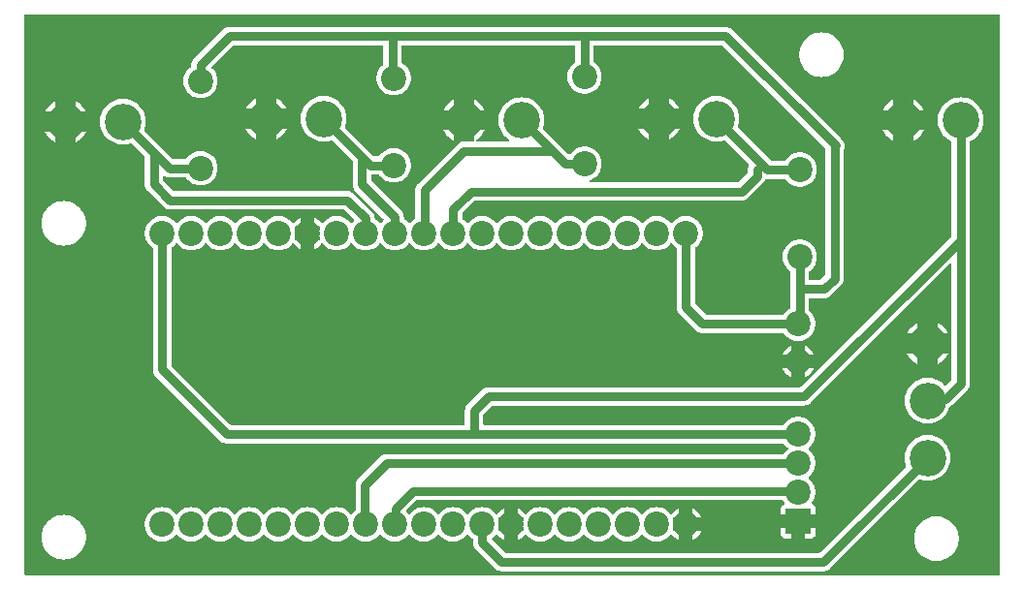
<source format=gtl>
G04 Layer: TopLayer*
G04 EasyEDA v6.4.19.4, 2021-06-27T21:00:09+02:00*
G04 fb06414095cb4972a754c1e5e836c03f,10*
G04 Gerber Generator version 0.2*
G04 Scale: 100 percent, Rotated: No, Reflected: No *
G04 Dimensions in millimeters *
G04 leading zeros omitted , absolute positions ,4 integer and 5 decimal *
%FSLAX45Y45*%
%MOMM*%

%ADD11C,0.8000*%
%ADD12C,2.2000*%
%ADD13R,2.2000X2.2000*%
%ADD14C,3.2000*%

%LPD*%
G36*
X188214Y190754D02*
G01*
X184302Y191516D01*
X181051Y193751D01*
X178816Y197002D01*
X178054Y200914D01*
X178054Y5082286D01*
X178816Y5086197D01*
X181051Y5089448D01*
X184302Y5091684D01*
X188214Y5092446D01*
X8686546Y5092446D01*
X8690457Y5091684D01*
X8693708Y5089448D01*
X8695944Y5086197D01*
X8696706Y5082286D01*
X8696706Y200914D01*
X8695944Y197002D01*
X8693708Y193751D01*
X8690457Y191516D01*
X8686546Y190754D01*
G37*

%LPC*%
G36*
X7137400Y4541875D02*
G01*
X7156551Y4542790D01*
X7175500Y4545584D01*
X7194092Y4550257D01*
X7212126Y4556709D01*
X7229449Y4564888D01*
X7245858Y4574743D01*
X7261250Y4586173D01*
X7275474Y4599025D01*
X7288326Y4613249D01*
X7299756Y4628642D01*
X7309612Y4645050D01*
X7317790Y4662373D01*
X7324242Y4680407D01*
X7328916Y4699000D01*
X7331709Y4717948D01*
X7332624Y4737100D01*
X7331709Y4756251D01*
X7328916Y4775200D01*
X7324242Y4793792D01*
X7317790Y4811826D01*
X7309612Y4829149D01*
X7299756Y4845558D01*
X7288326Y4860950D01*
X7275474Y4875174D01*
X7261250Y4888026D01*
X7245858Y4899456D01*
X7229449Y4909312D01*
X7212126Y4917490D01*
X7194092Y4923942D01*
X7175500Y4928616D01*
X7156551Y4931410D01*
X7137400Y4932324D01*
X7118248Y4931410D01*
X7099300Y4928616D01*
X7080707Y4923942D01*
X7062673Y4917490D01*
X7045350Y4909312D01*
X7028942Y4899456D01*
X7013549Y4888026D01*
X6999325Y4875174D01*
X6986473Y4860950D01*
X6975043Y4845558D01*
X6965188Y4829149D01*
X6957009Y4811826D01*
X6950557Y4793792D01*
X6945884Y4775200D01*
X6943090Y4756251D01*
X6942175Y4737100D01*
X6943090Y4717948D01*
X6945884Y4699000D01*
X6950557Y4680407D01*
X6957009Y4662373D01*
X6965188Y4645050D01*
X6975043Y4628642D01*
X6986473Y4613249D01*
X6999325Y4599025D01*
X7013549Y4586173D01*
X7028942Y4574743D01*
X7045350Y4564888D01*
X7062673Y4556709D01*
X7080707Y4550257D01*
X7099300Y4545584D01*
X7118248Y4542790D01*
G37*
G36*
X8140700Y312775D02*
G01*
X8159851Y313690D01*
X8178800Y316484D01*
X8197392Y321157D01*
X8215426Y327609D01*
X8232749Y335788D01*
X8249158Y345643D01*
X8264550Y357073D01*
X8278774Y369925D01*
X8291626Y384149D01*
X8303056Y399542D01*
X8312912Y415950D01*
X8321090Y433273D01*
X8327542Y451307D01*
X8332216Y469900D01*
X8335009Y488848D01*
X8335924Y508000D01*
X8335009Y527151D01*
X8332216Y546100D01*
X8327542Y564692D01*
X8321090Y582726D01*
X8312912Y600049D01*
X8303056Y616458D01*
X8291626Y631850D01*
X8278774Y646074D01*
X8264550Y658926D01*
X8249158Y670356D01*
X8232749Y680212D01*
X8215426Y688390D01*
X8197392Y694842D01*
X8178800Y699516D01*
X8159851Y702310D01*
X8140700Y703224D01*
X8121548Y702310D01*
X8102600Y699516D01*
X8084007Y694842D01*
X8065973Y688390D01*
X8048650Y680212D01*
X8032242Y670356D01*
X8016849Y658926D01*
X8002625Y646074D01*
X7989773Y631850D01*
X7978343Y616458D01*
X7968488Y600049D01*
X7960309Y582726D01*
X7953857Y564692D01*
X7949184Y546100D01*
X7946390Y527151D01*
X7945475Y508000D01*
X7946390Y488848D01*
X7949184Y469900D01*
X7953857Y451307D01*
X7960309Y433273D01*
X7968488Y415950D01*
X7978343Y399542D01*
X7989773Y384149D01*
X8002625Y369925D01*
X8016849Y357073D01*
X8032242Y345643D01*
X8048650Y335788D01*
X8065973Y327609D01*
X8084007Y321157D01*
X8102600Y316484D01*
X8121548Y313690D01*
G37*
G36*
X520700Y325475D02*
G01*
X539851Y326390D01*
X558800Y329184D01*
X577392Y333857D01*
X595426Y340309D01*
X612749Y348488D01*
X629158Y358343D01*
X644550Y369773D01*
X658774Y382625D01*
X671626Y396849D01*
X683056Y412242D01*
X692912Y428650D01*
X701090Y445973D01*
X707542Y464007D01*
X712216Y482600D01*
X715010Y501548D01*
X715924Y520700D01*
X715010Y539851D01*
X712216Y558800D01*
X707542Y577392D01*
X701090Y595426D01*
X692912Y612749D01*
X683056Y629158D01*
X671626Y644550D01*
X658774Y658774D01*
X644550Y671626D01*
X629158Y683056D01*
X612749Y692912D01*
X595426Y701090D01*
X577392Y707542D01*
X558800Y712216D01*
X539851Y715010D01*
X520700Y715924D01*
X501548Y715010D01*
X482600Y712216D01*
X464007Y707542D01*
X445973Y701090D01*
X428650Y692912D01*
X412242Y683056D01*
X396849Y671626D01*
X382625Y658774D01*
X369773Y644550D01*
X358343Y629158D01*
X348488Y612749D01*
X340309Y595426D01*
X333857Y577392D01*
X329184Y558800D01*
X326390Y539851D01*
X325475Y520700D01*
X326390Y501548D01*
X329184Y482600D01*
X333857Y464007D01*
X340309Y445973D01*
X348488Y428650D01*
X358343Y412242D01*
X369773Y396849D01*
X382625Y382625D01*
X396849Y369773D01*
X412242Y358343D01*
X428650Y348488D01*
X445973Y340309D01*
X464007Y333857D01*
X482600Y329184D01*
X501548Y326390D01*
G37*
G36*
X2376322Y4264660D02*
G01*
X2470404Y4264660D01*
X2466594Y4272686D01*
X2456484Y4289552D01*
X2444800Y4305350D01*
X2431592Y4319879D01*
X2417013Y4333087D01*
X2401214Y4344822D01*
X2384399Y4354880D01*
X2376322Y4358690D01*
G37*
G36*
X4681524Y483362D02*
G01*
X4698339Y484327D01*
X4714951Y487121D01*
X4731105Y491794D01*
X4746701Y498246D01*
X4761433Y506374D01*
X4775149Y516128D01*
X4787747Y527354D01*
X4798974Y539953D01*
X4800193Y541680D01*
X4802987Y544372D01*
X4806594Y545795D01*
X4810404Y545795D01*
X4814011Y544372D01*
X4816805Y541680D01*
X4818024Y539953D01*
X4829251Y527354D01*
X4841849Y516128D01*
X4855565Y506374D01*
X4870297Y498246D01*
X4885893Y491794D01*
X4902047Y487121D01*
X4918659Y484327D01*
X4935524Y483362D01*
X4952339Y484327D01*
X4968951Y487121D01*
X4985105Y491794D01*
X5000701Y498246D01*
X5015433Y506374D01*
X5029149Y516128D01*
X5041747Y527354D01*
X5052974Y539953D01*
X5054193Y541680D01*
X5056987Y544372D01*
X5060594Y545795D01*
X5064404Y545795D01*
X5068011Y544372D01*
X5070805Y541680D01*
X5072024Y539953D01*
X5083251Y527354D01*
X5095849Y516128D01*
X5109565Y506374D01*
X5124297Y498246D01*
X5139893Y491794D01*
X5156047Y487121D01*
X5172659Y484327D01*
X5189524Y483362D01*
X5206339Y484327D01*
X5222951Y487121D01*
X5239105Y491794D01*
X5254701Y498246D01*
X5269433Y506374D01*
X5283149Y516128D01*
X5295747Y527354D01*
X5306974Y539953D01*
X5308193Y541680D01*
X5310987Y544372D01*
X5314594Y545795D01*
X5318404Y545795D01*
X5322011Y544372D01*
X5324805Y541680D01*
X5326024Y539953D01*
X5337251Y527354D01*
X5349849Y516128D01*
X5363565Y506374D01*
X5378297Y498246D01*
X5393893Y491794D01*
X5410047Y487121D01*
X5426659Y484327D01*
X5443524Y483362D01*
X5460339Y484327D01*
X5476951Y487121D01*
X5493105Y491794D01*
X5508701Y498246D01*
X5523433Y506374D01*
X5537149Y516128D01*
X5549747Y527354D01*
X5560974Y539953D01*
X5562193Y541680D01*
X5564987Y544372D01*
X5568594Y545795D01*
X5572404Y545795D01*
X5576011Y544372D01*
X5578805Y541680D01*
X5580024Y539953D01*
X5591251Y527354D01*
X5603849Y516128D01*
X5617565Y506374D01*
X5632297Y498246D01*
X5647893Y491794D01*
X5664047Y487121D01*
X5680659Y484327D01*
X5697524Y483362D01*
X5714339Y484327D01*
X5730951Y487121D01*
X5747105Y491794D01*
X5762701Y498246D01*
X5777433Y506374D01*
X5791149Y516128D01*
X5803747Y527354D01*
X5814974Y539953D01*
X5816193Y541680D01*
X5818987Y544372D01*
X5822594Y545795D01*
X5826404Y545795D01*
X5830011Y544372D01*
X5832805Y541680D01*
X5834024Y539953D01*
X5845251Y527354D01*
X5857849Y516128D01*
X5871565Y506374D01*
X5886297Y498246D01*
X5890158Y496671D01*
X5890158Y572262D01*
X5849416Y572262D01*
X5845759Y572922D01*
X5842558Y574903D01*
X5840323Y577900D01*
X5839307Y581507D01*
X5839663Y585216D01*
X5843981Y600151D01*
X5846775Y616762D01*
X5847740Y633577D01*
X5846775Y650443D01*
X5843981Y667054D01*
X5839663Y681990D01*
X5839307Y685698D01*
X5840323Y689305D01*
X5842558Y692302D01*
X5845759Y694283D01*
X5849416Y694944D01*
X5890158Y694944D01*
X5890158Y770534D01*
X5886297Y768959D01*
X5871565Y760831D01*
X5857849Y751078D01*
X5845251Y739851D01*
X5834024Y727252D01*
X5832805Y725525D01*
X5830011Y722833D01*
X5826404Y721410D01*
X5822594Y721410D01*
X5818987Y722833D01*
X5816193Y725525D01*
X5814974Y727252D01*
X5803747Y739851D01*
X5791149Y751078D01*
X5777433Y760831D01*
X5762701Y768959D01*
X5747105Y775411D01*
X5730951Y780084D01*
X5714339Y782878D01*
X5697524Y783844D01*
X5680659Y782878D01*
X5664047Y780084D01*
X5647893Y775411D01*
X5632297Y768959D01*
X5617565Y760831D01*
X5603849Y751078D01*
X5591251Y739851D01*
X5580024Y727252D01*
X5578805Y725525D01*
X5576011Y722833D01*
X5572404Y721410D01*
X5568594Y721410D01*
X5564987Y722833D01*
X5562193Y725525D01*
X5560974Y727252D01*
X5549747Y739851D01*
X5537149Y751078D01*
X5523433Y760831D01*
X5508701Y768959D01*
X5493105Y775411D01*
X5476951Y780084D01*
X5460339Y782878D01*
X5443524Y783844D01*
X5426659Y782878D01*
X5410047Y780084D01*
X5393893Y775411D01*
X5378297Y768959D01*
X5363565Y760831D01*
X5349849Y751078D01*
X5337251Y739851D01*
X5326024Y727252D01*
X5324805Y725525D01*
X5322011Y722833D01*
X5318404Y721410D01*
X5314594Y721410D01*
X5310987Y722833D01*
X5308193Y725525D01*
X5306974Y727252D01*
X5295747Y739851D01*
X5283149Y751078D01*
X5269433Y760831D01*
X5254701Y768959D01*
X5239105Y775411D01*
X5222951Y780084D01*
X5206339Y782878D01*
X5189524Y783844D01*
X5172659Y782878D01*
X5156047Y780084D01*
X5139893Y775411D01*
X5124297Y768959D01*
X5109565Y760831D01*
X5095849Y751078D01*
X5083251Y739851D01*
X5072024Y727252D01*
X5070805Y725525D01*
X5068011Y722833D01*
X5064404Y721410D01*
X5060594Y721410D01*
X5056987Y722833D01*
X5054193Y725525D01*
X5052974Y727252D01*
X5041747Y739851D01*
X5029149Y751078D01*
X5015433Y760831D01*
X5000701Y768959D01*
X4985105Y775411D01*
X4968951Y780084D01*
X4952339Y782878D01*
X4935524Y783844D01*
X4918659Y782878D01*
X4902047Y780084D01*
X4885893Y775411D01*
X4870297Y768959D01*
X4855565Y760831D01*
X4841849Y751078D01*
X4829251Y739851D01*
X4818024Y727252D01*
X4816805Y725525D01*
X4814011Y722833D01*
X4810404Y721410D01*
X4806594Y721410D01*
X4802987Y722833D01*
X4800193Y725525D01*
X4798974Y727252D01*
X4787747Y739851D01*
X4775149Y751078D01*
X4761433Y760831D01*
X4746701Y768959D01*
X4731105Y775411D01*
X4714951Y780084D01*
X4698339Y782878D01*
X4681524Y783844D01*
X4664659Y782878D01*
X4648047Y780084D01*
X4631893Y775411D01*
X4616297Y768959D01*
X4601565Y760831D01*
X4587849Y751078D01*
X4575251Y739851D01*
X4564024Y727252D01*
X4562805Y725525D01*
X4560011Y722833D01*
X4556404Y721410D01*
X4552594Y721410D01*
X4548987Y722833D01*
X4546193Y725525D01*
X4544974Y727252D01*
X4533747Y739851D01*
X4521149Y751078D01*
X4507433Y760831D01*
X4492701Y768959D01*
X4488840Y770534D01*
X4488840Y694944D01*
X4529582Y694944D01*
X4533239Y694283D01*
X4536440Y692302D01*
X4538675Y689305D01*
X4539691Y685698D01*
X4539335Y681990D01*
X4535017Y667054D01*
X4532223Y650443D01*
X4531258Y633577D01*
X4532223Y616762D01*
X4535017Y600151D01*
X4539335Y585216D01*
X4539691Y581507D01*
X4538675Y577900D01*
X4536440Y574903D01*
X4533239Y572922D01*
X4529582Y572262D01*
X4488840Y572262D01*
X4488840Y496671D01*
X4492701Y498246D01*
X4507433Y506374D01*
X4521149Y516128D01*
X4533747Y527354D01*
X4544974Y539953D01*
X4546193Y541680D01*
X4548987Y544372D01*
X4552594Y545795D01*
X4556404Y545795D01*
X4560011Y544372D01*
X4562805Y541680D01*
X4564024Y539953D01*
X4575251Y527354D01*
X4587849Y516128D01*
X4601565Y506374D01*
X4616297Y498246D01*
X4631893Y491794D01*
X4648047Y487121D01*
X4664659Y484327D01*
G37*
G36*
X5805322Y4264660D02*
G01*
X5899404Y4264660D01*
X5895594Y4272686D01*
X5885484Y4289552D01*
X5873800Y4305350D01*
X5860592Y4319879D01*
X5846013Y4333087D01*
X5830214Y4344822D01*
X5813399Y4354880D01*
X5805322Y4358690D01*
G37*
G36*
X2109571Y4264660D02*
G01*
X2203653Y4264660D01*
X2203653Y4358690D01*
X2195576Y4354880D01*
X2178761Y4344822D01*
X2162962Y4333087D01*
X2148382Y4319879D01*
X2135174Y4305350D01*
X2123490Y4289552D01*
X2113381Y4272686D01*
G37*
G36*
X5538571Y4264660D02*
G01*
X5632653Y4264660D01*
X5632653Y4358690D01*
X5624576Y4354880D01*
X5607761Y4344822D01*
X5591962Y4333087D01*
X5577382Y4319879D01*
X5564174Y4305350D01*
X5552490Y4289552D01*
X5542381Y4272686D01*
G37*
G36*
X7938922Y4251960D02*
G01*
X8033003Y4251960D01*
X8029194Y4259986D01*
X8019084Y4276852D01*
X8007400Y4292650D01*
X7994192Y4307179D01*
X7979613Y4320387D01*
X7963814Y4332122D01*
X7946999Y4342180D01*
X7938922Y4345990D01*
G37*
G36*
X4103522Y4251960D02*
G01*
X4197604Y4251960D01*
X4193794Y4259986D01*
X4183684Y4276852D01*
X4172000Y4292650D01*
X4158792Y4307179D01*
X4144213Y4320387D01*
X4128414Y4332122D01*
X4111599Y4342180D01*
X4103522Y4345990D01*
G37*
G36*
X3836771Y4251960D02*
G01*
X3930853Y4251960D01*
X3930853Y4345990D01*
X3922776Y4342180D01*
X3905961Y4332122D01*
X3890162Y4320387D01*
X3875582Y4307179D01*
X3862374Y4292650D01*
X3850690Y4276852D01*
X3840581Y4259986D01*
G37*
G36*
X7672171Y4251960D02*
G01*
X7766253Y4251960D01*
X7766253Y4345990D01*
X7758175Y4342180D01*
X7741361Y4332122D01*
X7725562Y4320387D01*
X7710982Y4307179D01*
X7697774Y4292650D01*
X7686090Y4276852D01*
X7675981Y4259986D01*
G37*
G36*
X356971Y4239260D02*
G01*
X451053Y4239260D01*
X451053Y4333290D01*
X442976Y4329480D01*
X426161Y4319422D01*
X410362Y4307687D01*
X395782Y4294479D01*
X382574Y4279950D01*
X370890Y4264152D01*
X360781Y4247286D01*
G37*
G36*
X623722Y4239260D02*
G01*
X717804Y4239260D01*
X713994Y4247286D01*
X703884Y4264152D01*
X692200Y4279950D01*
X678992Y4294479D01*
X664413Y4307687D01*
X648614Y4319422D01*
X631799Y4329480D01*
X623722Y4333290D01*
G37*
G36*
X5632653Y3997909D02*
G01*
X5632653Y4091940D01*
X5538571Y4091940D01*
X5542381Y4083913D01*
X5552490Y4067048D01*
X5564174Y4051249D01*
X5577382Y4036720D01*
X5591962Y4023512D01*
X5607761Y4011777D01*
X5624576Y4001719D01*
G37*
G36*
X2203653Y3997909D02*
G01*
X2203653Y4091940D01*
X2109571Y4091940D01*
X2113381Y4083913D01*
X2123490Y4067048D01*
X2135174Y4051249D01*
X2148382Y4036720D01*
X2162962Y4023512D01*
X2178761Y4011777D01*
X2195576Y4001719D01*
G37*
G36*
X5805322Y3997909D02*
G01*
X5813399Y4001719D01*
X5830214Y4011777D01*
X5846013Y4023512D01*
X5860592Y4036720D01*
X5873800Y4051249D01*
X5885484Y4067048D01*
X5895594Y4083913D01*
X5899404Y4091940D01*
X5805322Y4091940D01*
G37*
G36*
X2376322Y3997909D02*
G01*
X2384399Y4001719D01*
X2401214Y4011777D01*
X2417013Y4023512D01*
X2431592Y4036720D01*
X2444800Y4051249D01*
X2456484Y4067048D01*
X2466594Y4083913D01*
X2470404Y4091940D01*
X2376322Y4091940D01*
G37*
G36*
X3930853Y3985209D02*
G01*
X3930853Y4079240D01*
X3836771Y4079240D01*
X3840581Y4071213D01*
X3850690Y4054348D01*
X3862374Y4038549D01*
X3875582Y4024020D01*
X3890162Y4010812D01*
X3905961Y3999077D01*
X3922776Y3989019D01*
G37*
G36*
X7766253Y3985209D02*
G01*
X7766253Y4079240D01*
X7672171Y4079240D01*
X7675981Y4071213D01*
X7686090Y4054348D01*
X7697774Y4038549D01*
X7710982Y4024020D01*
X7725562Y4010812D01*
X7741361Y3999077D01*
X7758175Y3989019D01*
G37*
G36*
X6012840Y496671D02*
G01*
X6016701Y498246D01*
X6031433Y506374D01*
X6045149Y516128D01*
X6057747Y527354D01*
X6068974Y539953D01*
X6078728Y553669D01*
X6086856Y568401D01*
X6088430Y572262D01*
X6012840Y572262D01*
G37*
G36*
X7938922Y3985209D02*
G01*
X7946999Y3989019D01*
X7963814Y3999077D01*
X7979613Y4010812D01*
X7994192Y4024020D01*
X8007400Y4038549D01*
X8019084Y4054348D01*
X8029194Y4071213D01*
X8033003Y4079240D01*
X7938922Y4079240D01*
G37*
G36*
X451053Y3972509D02*
G01*
X451053Y4066540D01*
X356971Y4066540D01*
X360781Y4058513D01*
X370890Y4041648D01*
X382574Y4025849D01*
X395782Y4011320D01*
X410362Y3998112D01*
X426161Y3986377D01*
X442976Y3976319D01*
G37*
G36*
X623722Y3972509D02*
G01*
X631799Y3976319D01*
X648614Y3986377D01*
X664413Y3998112D01*
X678992Y4011320D01*
X692200Y4025849D01*
X703884Y4041648D01*
X713994Y4058513D01*
X717804Y4066540D01*
X623722Y4066540D01*
G37*
G36*
X6824675Y510133D02*
G01*
X6872833Y510133D01*
X6872833Y599033D01*
X6783933Y599033D01*
X6783933Y550875D01*
X6784746Y542544D01*
X6787032Y535025D01*
X6790791Y528066D01*
X6795770Y521970D01*
X6801866Y516991D01*
X6808825Y513232D01*
X6816344Y510946D01*
G37*
G36*
X6995566Y510133D02*
G01*
X7043724Y510133D01*
X7052056Y510946D01*
X7059574Y513232D01*
X7066534Y516991D01*
X7072630Y521970D01*
X7077608Y528066D01*
X7081367Y535025D01*
X7083653Y542544D01*
X7084466Y550875D01*
X7084466Y599033D01*
X6995566Y599033D01*
G37*
G36*
X6012840Y694944D02*
G01*
X6088430Y694944D01*
X6086856Y698804D01*
X6078728Y713536D01*
X6068974Y727252D01*
X6057747Y739851D01*
X6045149Y751078D01*
X6031433Y760831D01*
X6016701Y768959D01*
X6012840Y770534D01*
G37*
G36*
X520700Y3068675D02*
G01*
X539851Y3069590D01*
X558800Y3072384D01*
X577392Y3077057D01*
X595426Y3083509D01*
X612749Y3091688D01*
X629158Y3101543D01*
X644550Y3112973D01*
X658774Y3125825D01*
X671626Y3140049D01*
X683056Y3155442D01*
X692912Y3171850D01*
X701090Y3189173D01*
X707542Y3207207D01*
X712216Y3225800D01*
X715010Y3244748D01*
X715924Y3263900D01*
X715010Y3283051D01*
X712216Y3302000D01*
X707542Y3320592D01*
X701090Y3338626D01*
X692912Y3355949D01*
X683056Y3372358D01*
X671626Y3387750D01*
X658774Y3401974D01*
X644550Y3414826D01*
X629158Y3426256D01*
X612749Y3436112D01*
X595426Y3444290D01*
X577392Y3450742D01*
X558800Y3455415D01*
X539851Y3458210D01*
X520700Y3459124D01*
X501548Y3458210D01*
X482600Y3455415D01*
X464007Y3450742D01*
X445973Y3444290D01*
X428650Y3436112D01*
X412242Y3426256D01*
X396849Y3414826D01*
X382625Y3401974D01*
X369773Y3387750D01*
X358343Y3372358D01*
X348488Y3355949D01*
X340309Y3338626D01*
X333857Y3320592D01*
X329184Y3302000D01*
X326390Y3283051D01*
X325475Y3263900D01*
X326390Y3244748D01*
X329184Y3225800D01*
X333857Y3207207D01*
X340309Y3189173D01*
X348488Y3171850D01*
X358343Y3155442D01*
X369773Y3140049D01*
X382625Y3125825D01*
X396849Y3112973D01*
X412242Y3101543D01*
X428650Y3091688D01*
X445973Y3083509D01*
X464007Y3077057D01*
X482600Y3072384D01*
X501548Y3069590D01*
G37*
G36*
X4343501Y224536D02*
G01*
X7157618Y224586D01*
X7166965Y225450D01*
X7169556Y225907D01*
X7178649Y228142D01*
X7189774Y232562D01*
X7200188Y238607D01*
X7202322Y240131D01*
X7209536Y246075D01*
X7987080Y1023619D01*
X7990230Y1025753D01*
X7993938Y1026566D01*
X7997698Y1025956D01*
X8006384Y1022858D01*
X8025434Y1018082D01*
X8044891Y1015237D01*
X8064500Y1014272D01*
X8084108Y1015237D01*
X8103565Y1018082D01*
X8122615Y1022858D01*
X8141106Y1029512D01*
X8158886Y1037894D01*
X8175752Y1048003D01*
X8191550Y1059688D01*
X8206079Y1072896D01*
X8219287Y1087475D01*
X8231022Y1103274D01*
X8241080Y1120089D01*
X8249513Y1137869D01*
X8256117Y1156360D01*
X8260892Y1175410D01*
X8263788Y1194866D01*
X8264753Y1214475D01*
X8263788Y1234135D01*
X8260892Y1253591D01*
X8256117Y1272641D01*
X8249513Y1291132D01*
X8241080Y1308912D01*
X8231022Y1325727D01*
X8219287Y1341526D01*
X8206079Y1356106D01*
X8191550Y1369314D01*
X8175752Y1380998D01*
X8158886Y1391107D01*
X8141106Y1399489D01*
X8122615Y1406144D01*
X8103565Y1410919D01*
X8084108Y1413764D01*
X8064500Y1414729D01*
X8044891Y1413764D01*
X8025434Y1410919D01*
X8006384Y1406144D01*
X7987893Y1399489D01*
X7970113Y1391107D01*
X7953248Y1380998D01*
X7937449Y1369314D01*
X7922920Y1356106D01*
X7909712Y1341526D01*
X7897977Y1325727D01*
X7887919Y1308912D01*
X7879486Y1291132D01*
X7872882Y1272641D01*
X7868107Y1253591D01*
X7865211Y1234135D01*
X7864246Y1214475D01*
X7865211Y1194866D01*
X7868107Y1175410D01*
X7872882Y1156360D01*
X7875981Y1147724D01*
X7876590Y1143965D01*
X7875727Y1140256D01*
X7873593Y1137107D01*
X7124547Y388010D01*
X7121245Y385826D01*
X7117334Y385064D01*
X4380839Y385064D01*
X4376978Y385826D01*
X4373676Y388010D01*
X4263034Y498652D01*
X4260697Y502361D01*
X4260088Y506679D01*
X4261408Y510895D01*
X4264355Y514146D01*
X4267149Y516128D01*
X4279747Y527354D01*
X4290974Y539953D01*
X4292193Y541680D01*
X4294987Y544372D01*
X4298594Y545795D01*
X4302404Y545795D01*
X4306011Y544372D01*
X4308805Y541680D01*
X4310024Y539953D01*
X4321251Y527354D01*
X4333849Y516128D01*
X4347565Y506374D01*
X4362297Y498246D01*
X4366158Y496671D01*
X4366158Y572262D01*
X4325416Y572262D01*
X4321759Y572922D01*
X4318558Y574903D01*
X4316323Y577900D01*
X4315307Y581507D01*
X4315663Y585216D01*
X4319981Y600151D01*
X4322775Y616762D01*
X4323740Y633577D01*
X4322775Y650443D01*
X4319981Y667054D01*
X4315663Y681990D01*
X4315307Y685698D01*
X4316323Y689305D01*
X4318558Y692302D01*
X4321759Y694283D01*
X4325416Y694944D01*
X4366158Y694944D01*
X4366158Y770534D01*
X4362297Y768959D01*
X4347565Y760831D01*
X4333849Y751078D01*
X4321251Y739851D01*
X4310024Y727252D01*
X4308805Y725525D01*
X4306011Y722833D01*
X4302404Y721410D01*
X4298594Y721410D01*
X4294987Y722833D01*
X4292193Y725525D01*
X4290974Y727252D01*
X4279747Y739851D01*
X4267149Y751078D01*
X4253433Y760831D01*
X4238701Y768959D01*
X4223105Y775411D01*
X4206951Y780084D01*
X4190339Y782878D01*
X4173474Y783844D01*
X4156659Y782878D01*
X4140047Y780084D01*
X4123893Y775411D01*
X4108297Y768959D01*
X4093565Y760831D01*
X4079849Y751078D01*
X4067251Y739851D01*
X4056024Y727252D01*
X4054805Y725525D01*
X4052011Y722833D01*
X4048404Y721410D01*
X4044594Y721410D01*
X4040987Y722833D01*
X4038193Y725525D01*
X4036974Y727252D01*
X4025747Y739851D01*
X4013149Y751078D01*
X3999433Y760831D01*
X3984701Y768959D01*
X3969105Y775411D01*
X3952951Y780084D01*
X3936339Y782878D01*
X3919474Y783844D01*
X3902659Y782878D01*
X3886047Y780084D01*
X3869893Y775411D01*
X3854297Y768959D01*
X3839565Y760831D01*
X3825849Y751078D01*
X3813251Y739851D01*
X3802024Y727252D01*
X3800805Y725525D01*
X3798011Y722833D01*
X3794404Y721410D01*
X3790594Y721410D01*
X3786987Y722833D01*
X3784193Y725525D01*
X3782974Y727252D01*
X3771747Y739851D01*
X3759149Y751078D01*
X3745433Y760831D01*
X3730701Y768959D01*
X3715105Y775411D01*
X3698951Y780084D01*
X3682339Y782878D01*
X3665474Y783844D01*
X3648659Y782878D01*
X3632047Y780084D01*
X3615893Y775411D01*
X3600297Y768959D01*
X3585565Y760831D01*
X3571849Y751078D01*
X3559251Y739851D01*
X3548024Y727252D01*
X3546805Y725525D01*
X3544011Y722833D01*
X3540404Y721410D01*
X3536594Y721410D01*
X3532987Y722833D01*
X3530193Y725525D01*
X3528974Y727252D01*
X3517747Y739851D01*
X3513734Y743458D01*
X3511245Y746709D01*
X3510330Y750722D01*
X3511042Y754786D01*
X3513277Y758190D01*
X3598976Y843889D01*
X3602278Y846074D01*
X3606139Y846836D01*
X6794144Y846836D01*
X6797700Y846226D01*
X6800799Y844397D01*
X6803034Y841603D01*
X6806996Y834440D01*
X6814870Y823366D01*
X6816445Y819912D01*
X6816648Y816051D01*
X6815378Y812444D01*
X6812889Y809548D01*
X6801866Y803808D01*
X6795770Y798830D01*
X6790791Y792734D01*
X6787032Y785774D01*
X6784746Y778256D01*
X6783933Y769924D01*
X6783933Y721766D01*
X6872833Y721766D01*
X6872833Y762457D01*
X6873544Y766165D01*
X6875525Y769315D01*
X6878523Y771550D01*
X6882079Y772566D01*
X6885838Y772210D01*
X6900773Y767943D01*
X6917385Y765098D01*
X6934200Y764133D01*
X6951014Y765098D01*
X6967626Y767943D01*
X6982561Y772210D01*
X6986320Y772566D01*
X6989876Y771550D01*
X6992874Y769315D01*
X6994855Y766165D01*
X6995566Y762457D01*
X6995566Y721766D01*
X7084466Y721766D01*
X7084466Y769924D01*
X7083653Y778256D01*
X7081367Y785774D01*
X7077608Y792734D01*
X7072630Y798830D01*
X7066534Y803808D01*
X7055510Y809548D01*
X7053021Y812444D01*
X7051751Y816051D01*
X7051954Y819912D01*
X7053529Y823366D01*
X7061403Y834440D01*
X7069581Y849223D01*
X7076033Y864768D01*
X7080656Y880973D01*
X7083501Y897585D01*
X7084466Y914400D01*
X7083501Y931214D01*
X7080656Y947826D01*
X7076033Y964031D01*
X7069581Y979576D01*
X7061403Y994359D01*
X7051649Y1008075D01*
X7040422Y1020622D01*
X7027875Y1031849D01*
X7026097Y1033119D01*
X7023455Y1035913D01*
X7022033Y1039469D01*
X7022033Y1043330D01*
X7023455Y1046886D01*
X7026097Y1049680D01*
X7027875Y1050950D01*
X7040422Y1062177D01*
X7051649Y1074724D01*
X7061403Y1088440D01*
X7069581Y1103223D01*
X7076033Y1118768D01*
X7080656Y1134973D01*
X7083501Y1151585D01*
X7084466Y1168400D01*
X7083501Y1185214D01*
X7080656Y1201826D01*
X7076033Y1218031D01*
X7069581Y1233576D01*
X7061403Y1248359D01*
X7051649Y1262075D01*
X7040422Y1274622D01*
X7027875Y1285849D01*
X7026097Y1287119D01*
X7023455Y1289913D01*
X7022033Y1293469D01*
X7022033Y1297330D01*
X7023455Y1300886D01*
X7026097Y1303680D01*
X7027875Y1304950D01*
X7040422Y1316177D01*
X7051649Y1328724D01*
X7061403Y1342440D01*
X7069581Y1357223D01*
X7076033Y1372768D01*
X7080656Y1388973D01*
X7083501Y1405585D01*
X7084466Y1422400D01*
X7083501Y1439214D01*
X7080656Y1455826D01*
X7076033Y1472031D01*
X7069581Y1487576D01*
X7061403Y1502359D01*
X7051649Y1516075D01*
X7040422Y1528622D01*
X7027875Y1539849D01*
X7014159Y1549603D01*
X6999376Y1557782D01*
X6983831Y1564233D01*
X6967626Y1568856D01*
X6951014Y1571701D01*
X6934200Y1572666D01*
X6917385Y1571701D01*
X6900773Y1568856D01*
X6884568Y1564233D01*
X6869023Y1557782D01*
X6854240Y1549603D01*
X6840524Y1539849D01*
X6827977Y1528622D01*
X6816750Y1516075D01*
X6810248Y1506931D01*
X6808012Y1504645D01*
X6805168Y1503172D01*
X6801967Y1502664D01*
X4195064Y1502664D01*
X4191152Y1503426D01*
X4187901Y1505610D01*
X4185665Y1508912D01*
X4184904Y1512824D01*
X4184904Y1590700D01*
X4185665Y1594561D01*
X4187901Y1597863D01*
X4259376Y1669389D01*
X4262678Y1671574D01*
X4266539Y1672336D01*
X6987794Y1672386D01*
X6997141Y1673250D01*
X6999731Y1673707D01*
X7008825Y1675942D01*
X7020001Y1680362D01*
X7030364Y1686407D01*
X7032498Y1687931D01*
X7039711Y1693875D01*
X8254949Y2909011D01*
X8258200Y2911246D01*
X8262112Y2912008D01*
X8266023Y2911246D01*
X8269274Y2909011D01*
X8271509Y2905709D01*
X8272272Y2901848D01*
X8272272Y1900275D01*
X8271509Y1896414D01*
X8269274Y1893112D01*
X8226044Y1849831D01*
X8222640Y1847596D01*
X8218627Y1846884D01*
X8214614Y1847799D01*
X8211312Y1850186D01*
X8206079Y1855978D01*
X8191550Y1869186D01*
X8175752Y1880870D01*
X8158886Y1890979D01*
X8141106Y1899361D01*
X8122615Y1906016D01*
X8103565Y1910791D01*
X8084108Y1913636D01*
X8064500Y1914601D01*
X8044891Y1913636D01*
X8025434Y1910791D01*
X8006384Y1906016D01*
X7987893Y1899361D01*
X7970113Y1890979D01*
X7953248Y1880870D01*
X7937449Y1869186D01*
X7922920Y1855978D01*
X7909712Y1841398D01*
X7897977Y1825599D01*
X7887919Y1808784D01*
X7879486Y1791004D01*
X7872882Y1772513D01*
X7868107Y1753463D01*
X7865211Y1734007D01*
X7864246Y1714347D01*
X7865211Y1694738D01*
X7868107Y1675282D01*
X7872882Y1656232D01*
X7879486Y1637741D01*
X7887919Y1619961D01*
X7897977Y1603146D01*
X7909712Y1587347D01*
X7922920Y1572768D01*
X7937449Y1559560D01*
X7953248Y1547876D01*
X7970113Y1537766D01*
X7987893Y1529384D01*
X8006384Y1522730D01*
X8025434Y1517954D01*
X8044891Y1515110D01*
X8064500Y1514144D01*
X8084108Y1515110D01*
X8103565Y1517954D01*
X8122615Y1522730D01*
X8141106Y1529384D01*
X8158886Y1537766D01*
X8175752Y1547876D01*
X8191550Y1559560D01*
X8206079Y1572768D01*
X8219287Y1587347D01*
X8231022Y1603146D01*
X8241080Y1619961D01*
X8249513Y1637741D01*
X8256168Y1656334D01*
X8257895Y1659382D01*
X8260537Y1661617D01*
X8266379Y1665071D01*
X8275675Y1672589D01*
X8409228Y1805990D01*
X8417204Y1815338D01*
X8418728Y1817471D01*
X8424773Y1827834D01*
X8428329Y1836521D01*
X8429142Y1839010D01*
X8431428Y1848104D01*
X8432749Y1860042D01*
X8432850Y3975862D01*
X8433562Y3979621D01*
X8435594Y3982821D01*
X8438642Y3985056D01*
X8446973Y3989019D01*
X8463838Y3999077D01*
X8479637Y4010812D01*
X8494166Y4024020D01*
X8507374Y4038549D01*
X8519109Y4054348D01*
X8529167Y4071213D01*
X8537600Y4088993D01*
X8544204Y4107484D01*
X8548979Y4126534D01*
X8551875Y4145991D01*
X8552840Y4165600D01*
X8551875Y4185208D01*
X8548979Y4204665D01*
X8544204Y4223715D01*
X8537600Y4242206D01*
X8529167Y4259986D01*
X8519109Y4276852D01*
X8507374Y4292650D01*
X8494166Y4307179D01*
X8479637Y4320387D01*
X8463838Y4332122D01*
X8446973Y4342180D01*
X8429193Y4350613D01*
X8410702Y4357217D01*
X8391652Y4361992D01*
X8372195Y4364888D01*
X8352586Y4365853D01*
X8332978Y4364888D01*
X8313521Y4361992D01*
X8294471Y4357217D01*
X8275980Y4350613D01*
X8258200Y4342180D01*
X8241334Y4332122D01*
X8225536Y4320387D01*
X8211007Y4307179D01*
X8197799Y4292650D01*
X8186064Y4276852D01*
X8176006Y4259986D01*
X8167573Y4242206D01*
X8160969Y4223715D01*
X8156194Y4204665D01*
X8153298Y4185208D01*
X8152333Y4165600D01*
X8153298Y4145991D01*
X8156194Y4126534D01*
X8160969Y4107484D01*
X8167573Y4088993D01*
X8176006Y4071213D01*
X8186064Y4054348D01*
X8197799Y4038549D01*
X8211007Y4024020D01*
X8225536Y4010812D01*
X8241334Y3999077D01*
X8258200Y3989019D01*
X8266531Y3985056D01*
X8269579Y3982821D01*
X8271611Y3979621D01*
X8272322Y3975862D01*
X8272322Y3157626D01*
X8271560Y3153765D01*
X8269325Y3150463D01*
X6954723Y1835810D01*
X6951421Y1833625D01*
X6947560Y1832864D01*
X4226306Y1832813D01*
X4216958Y1831949D01*
X4214368Y1831492D01*
X4205274Y1829257D01*
X4194098Y1824837D01*
X4183735Y1818792D01*
X4181601Y1817268D01*
X4174388Y1811324D01*
X4047947Y1684985D01*
X4039971Y1675638D01*
X4038447Y1673504D01*
X4032402Y1663141D01*
X4028846Y1654454D01*
X4028033Y1651965D01*
X4025747Y1642872D01*
X4025290Y1640281D01*
X4024426Y1630933D01*
X4024376Y1512824D01*
X4023614Y1508912D01*
X4021429Y1505610D01*
X4018127Y1503426D01*
X4014215Y1502664D01*
X1980539Y1502664D01*
X1976678Y1503426D01*
X1973376Y1505610D01*
X1462735Y2016252D01*
X1460550Y2019554D01*
X1459738Y2023465D01*
X1459738Y3045764D01*
X1460246Y3048965D01*
X1461719Y3051810D01*
X1464056Y3054045D01*
X1473149Y3060547D01*
X1485747Y3071774D01*
X1496974Y3084322D01*
X1498193Y3086100D01*
X1500987Y3088741D01*
X1504594Y3090164D01*
X1508404Y3090164D01*
X1512011Y3088741D01*
X1514805Y3086100D01*
X1516024Y3084322D01*
X1527251Y3071774D01*
X1539849Y3060547D01*
X1553565Y3050794D01*
X1568297Y3042615D01*
X1583893Y3036163D01*
X1600047Y3031540D01*
X1616659Y3028696D01*
X1633524Y3027730D01*
X1650339Y3028696D01*
X1666951Y3031540D01*
X1683105Y3036163D01*
X1698701Y3042615D01*
X1713433Y3050794D01*
X1727149Y3060547D01*
X1739747Y3071774D01*
X1750974Y3084322D01*
X1752193Y3086100D01*
X1754987Y3088741D01*
X1758594Y3090164D01*
X1762404Y3090164D01*
X1766011Y3088741D01*
X1768805Y3086100D01*
X1770024Y3084322D01*
X1781251Y3071774D01*
X1793849Y3060547D01*
X1807565Y3050794D01*
X1822297Y3042615D01*
X1837893Y3036163D01*
X1854047Y3031540D01*
X1870659Y3028696D01*
X1887524Y3027730D01*
X1904339Y3028696D01*
X1920951Y3031540D01*
X1937105Y3036163D01*
X1952701Y3042615D01*
X1967433Y3050794D01*
X1981149Y3060547D01*
X1993747Y3071774D01*
X2004974Y3084322D01*
X2006193Y3086100D01*
X2008987Y3088741D01*
X2012594Y3090164D01*
X2016404Y3090164D01*
X2020011Y3088741D01*
X2022805Y3086100D01*
X2024024Y3084322D01*
X2035251Y3071774D01*
X2047849Y3060547D01*
X2061565Y3050794D01*
X2076297Y3042615D01*
X2091893Y3036163D01*
X2108047Y3031540D01*
X2124659Y3028696D01*
X2141474Y3027730D01*
X2158339Y3028696D01*
X2174951Y3031540D01*
X2191105Y3036163D01*
X2206701Y3042615D01*
X2221433Y3050794D01*
X2235149Y3060547D01*
X2247747Y3071774D01*
X2258974Y3084322D01*
X2260193Y3086100D01*
X2262987Y3088741D01*
X2266594Y3090164D01*
X2270404Y3090164D01*
X2274011Y3088741D01*
X2276805Y3086100D01*
X2278024Y3084322D01*
X2289251Y3071774D01*
X2301849Y3060547D01*
X2315565Y3050794D01*
X2330297Y3042615D01*
X2345893Y3036163D01*
X2362047Y3031540D01*
X2378659Y3028696D01*
X2395474Y3027730D01*
X2412339Y3028696D01*
X2428951Y3031540D01*
X2445105Y3036163D01*
X2460701Y3042615D01*
X2475433Y3050794D01*
X2489149Y3060547D01*
X2501747Y3071774D01*
X2512974Y3084322D01*
X2514193Y3086100D01*
X2516987Y3088741D01*
X2520594Y3090164D01*
X2524404Y3090164D01*
X2528011Y3088741D01*
X2530805Y3086100D01*
X2532024Y3084322D01*
X2543251Y3071774D01*
X2555849Y3060547D01*
X2569565Y3050794D01*
X2584297Y3042615D01*
X2588158Y3041040D01*
X2588158Y3116630D01*
X2547416Y3116630D01*
X2543759Y3117342D01*
X2540558Y3119323D01*
X2538323Y3122320D01*
X2537307Y3125876D01*
X2537663Y3129635D01*
X2541981Y3144570D01*
X2544775Y3161182D01*
X2545740Y3177997D01*
X2544775Y3194812D01*
X2541981Y3211423D01*
X2537663Y3226358D01*
X2537307Y3230118D01*
X2538323Y3233674D01*
X2540558Y3236671D01*
X2543759Y3238652D01*
X2547416Y3239363D01*
X2588158Y3239363D01*
X2588158Y3314954D01*
X2584297Y3313379D01*
X2569565Y3305200D01*
X2555849Y3295446D01*
X2543251Y3284220D01*
X2532024Y3271672D01*
X2530805Y3269894D01*
X2528011Y3267252D01*
X2524404Y3265830D01*
X2520594Y3265830D01*
X2516987Y3267252D01*
X2514193Y3269894D01*
X2512974Y3271672D01*
X2501747Y3284220D01*
X2489149Y3295446D01*
X2475433Y3305200D01*
X2460701Y3313379D01*
X2445105Y3319830D01*
X2428951Y3324453D01*
X2412339Y3327298D01*
X2395474Y3328263D01*
X2378659Y3327298D01*
X2362047Y3324453D01*
X2345893Y3319830D01*
X2330297Y3313379D01*
X2315565Y3305200D01*
X2301849Y3295446D01*
X2289251Y3284220D01*
X2278024Y3271672D01*
X2276805Y3269894D01*
X2274011Y3267252D01*
X2270404Y3265830D01*
X2266594Y3265830D01*
X2262987Y3267252D01*
X2260193Y3269894D01*
X2258974Y3271672D01*
X2247747Y3284220D01*
X2235149Y3295446D01*
X2221433Y3305200D01*
X2206701Y3313379D01*
X2191105Y3319830D01*
X2174951Y3324453D01*
X2158339Y3327298D01*
X2141474Y3328263D01*
X2124659Y3327298D01*
X2108047Y3324453D01*
X2091893Y3319830D01*
X2076297Y3313379D01*
X2061565Y3305200D01*
X2047849Y3295446D01*
X2035251Y3284220D01*
X2024024Y3271672D01*
X2022805Y3269894D01*
X2020011Y3267252D01*
X2016404Y3265830D01*
X2012594Y3265830D01*
X2008987Y3267252D01*
X2006193Y3269894D01*
X2004974Y3271672D01*
X1993747Y3284220D01*
X1981149Y3295446D01*
X1967433Y3305200D01*
X1952701Y3313379D01*
X1937105Y3319830D01*
X1920951Y3324453D01*
X1904339Y3327298D01*
X1887524Y3328263D01*
X1870659Y3327298D01*
X1854047Y3324453D01*
X1837893Y3319830D01*
X1822297Y3313379D01*
X1807565Y3305200D01*
X1793849Y3295446D01*
X1781251Y3284220D01*
X1770024Y3271672D01*
X1768805Y3269894D01*
X1766011Y3267252D01*
X1762404Y3265830D01*
X1758594Y3265830D01*
X1754987Y3267252D01*
X1752193Y3269894D01*
X1750974Y3271672D01*
X1739747Y3284220D01*
X1727149Y3295446D01*
X1713433Y3305200D01*
X1698701Y3313379D01*
X1683105Y3319830D01*
X1666951Y3324453D01*
X1650339Y3327298D01*
X1633524Y3328263D01*
X1616659Y3327298D01*
X1600047Y3324453D01*
X1583893Y3319830D01*
X1568297Y3313379D01*
X1553565Y3305200D01*
X1539849Y3295446D01*
X1527251Y3284220D01*
X1516024Y3271672D01*
X1514805Y3269894D01*
X1512011Y3267252D01*
X1508404Y3265830D01*
X1504594Y3265830D01*
X1500987Y3267252D01*
X1498193Y3269894D01*
X1496974Y3271672D01*
X1485747Y3284220D01*
X1473149Y3295446D01*
X1459433Y3305200D01*
X1444701Y3313379D01*
X1429105Y3319830D01*
X1412951Y3324453D01*
X1396339Y3327298D01*
X1379524Y3328263D01*
X1362659Y3327298D01*
X1346047Y3324453D01*
X1329893Y3319830D01*
X1314297Y3313379D01*
X1299565Y3305200D01*
X1285849Y3295446D01*
X1273251Y3284220D01*
X1262024Y3271672D01*
X1252270Y3257956D01*
X1244142Y3243173D01*
X1237691Y3227628D01*
X1233017Y3211423D01*
X1230223Y3194812D01*
X1229258Y3177997D01*
X1230223Y3161182D01*
X1233017Y3144570D01*
X1237691Y3128365D01*
X1244142Y3112820D01*
X1252270Y3098038D01*
X1262024Y3084322D01*
X1273251Y3071774D01*
X1285849Y3060547D01*
X1294942Y3054045D01*
X1297279Y3051810D01*
X1298752Y3048965D01*
X1299260Y3045764D01*
X1299311Y1983181D01*
X1300175Y1973834D01*
X1300632Y1971243D01*
X1302867Y1962150D01*
X1303680Y1959660D01*
X1307287Y1951024D01*
X1308455Y1948688D01*
X1313281Y1940610D01*
X1314805Y1938477D01*
X1320800Y1931263D01*
X1888388Y1363675D01*
X1895602Y1357731D01*
X1897735Y1356207D01*
X1908098Y1350162D01*
X1919274Y1345742D01*
X1928368Y1343507D01*
X1930958Y1343050D01*
X1940306Y1342186D01*
X6801967Y1342136D01*
X6805168Y1341628D01*
X6808012Y1340154D01*
X6810248Y1337868D01*
X6816750Y1328724D01*
X6827977Y1316177D01*
X6840524Y1304950D01*
X6842302Y1303680D01*
X6844944Y1300886D01*
X6846366Y1297330D01*
X6846366Y1293469D01*
X6844944Y1289913D01*
X6842302Y1287119D01*
X6840524Y1285849D01*
X6827977Y1274622D01*
X6816750Y1262075D01*
X6810248Y1252931D01*
X6808012Y1250645D01*
X6805168Y1249172D01*
X6801967Y1248664D01*
X3337306Y1248613D01*
X3327958Y1247749D01*
X3325368Y1247292D01*
X3316274Y1245057D01*
X3305098Y1240637D01*
X3294735Y1234592D01*
X3292601Y1233068D01*
X3285388Y1227124D01*
X3090875Y1032611D01*
X3084931Y1025398D01*
X3083407Y1023264D01*
X3077362Y1012901D01*
X3072942Y1001725D01*
X3070707Y992632D01*
X3070250Y990041D01*
X3069386Y980694D01*
X3069336Y760222D01*
X3068828Y757072D01*
X3067354Y754176D01*
X3051251Y739851D01*
X3040024Y727252D01*
X3038805Y725525D01*
X3036011Y722833D01*
X3032404Y721410D01*
X3028594Y721410D01*
X3024987Y722833D01*
X3022193Y725525D01*
X3020974Y727252D01*
X3009747Y739851D01*
X2997149Y751078D01*
X2983433Y760831D01*
X2968701Y768959D01*
X2953105Y775411D01*
X2936951Y780084D01*
X2920339Y782878D01*
X2903474Y783844D01*
X2886659Y782878D01*
X2870047Y780084D01*
X2853893Y775411D01*
X2838297Y768959D01*
X2823565Y760831D01*
X2809849Y751078D01*
X2797251Y739851D01*
X2786024Y727252D01*
X2784805Y725525D01*
X2782011Y722833D01*
X2778404Y721410D01*
X2774594Y721410D01*
X2770987Y722833D01*
X2768193Y725525D01*
X2766974Y727252D01*
X2755747Y739851D01*
X2743149Y751078D01*
X2729433Y760831D01*
X2714701Y768959D01*
X2699105Y775411D01*
X2682951Y780084D01*
X2666339Y782878D01*
X2649474Y783844D01*
X2632659Y782878D01*
X2616047Y780084D01*
X2599893Y775411D01*
X2584297Y768959D01*
X2569565Y760831D01*
X2555849Y751078D01*
X2543251Y739851D01*
X2532024Y727252D01*
X2530805Y725525D01*
X2528011Y722833D01*
X2524404Y721410D01*
X2520594Y721410D01*
X2516987Y722833D01*
X2514193Y725525D01*
X2512974Y727252D01*
X2501747Y739851D01*
X2489149Y751078D01*
X2475433Y760831D01*
X2460701Y768959D01*
X2445105Y775411D01*
X2428951Y780084D01*
X2412339Y782878D01*
X2395474Y783844D01*
X2378659Y782878D01*
X2362047Y780084D01*
X2345893Y775411D01*
X2330297Y768959D01*
X2315565Y760831D01*
X2301849Y751078D01*
X2289251Y739851D01*
X2278024Y727252D01*
X2276805Y725525D01*
X2274011Y722833D01*
X2270404Y721410D01*
X2266594Y721410D01*
X2262987Y722833D01*
X2260193Y725525D01*
X2258974Y727252D01*
X2247747Y739851D01*
X2235149Y751078D01*
X2221433Y760831D01*
X2206701Y768959D01*
X2191105Y775411D01*
X2174951Y780084D01*
X2158339Y782878D01*
X2141474Y783844D01*
X2124659Y782878D01*
X2108047Y780084D01*
X2091893Y775411D01*
X2076297Y768959D01*
X2061565Y760831D01*
X2047849Y751078D01*
X2035251Y739851D01*
X2024024Y727252D01*
X2022805Y725525D01*
X2020011Y722833D01*
X2016404Y721410D01*
X2012594Y721410D01*
X2008987Y722833D01*
X2006193Y725525D01*
X2004974Y727252D01*
X1993747Y739851D01*
X1981149Y751078D01*
X1967433Y760831D01*
X1952701Y768959D01*
X1937105Y775411D01*
X1920951Y780084D01*
X1904339Y782878D01*
X1887524Y783844D01*
X1870659Y782878D01*
X1854047Y780084D01*
X1837893Y775411D01*
X1822297Y768959D01*
X1807565Y760831D01*
X1793849Y751078D01*
X1781251Y739851D01*
X1770024Y727252D01*
X1768805Y725525D01*
X1766011Y722833D01*
X1762404Y721410D01*
X1758594Y721410D01*
X1754987Y722833D01*
X1752193Y725525D01*
X1750974Y727252D01*
X1739747Y739851D01*
X1727149Y751078D01*
X1713433Y760831D01*
X1698701Y768959D01*
X1683105Y775411D01*
X1666951Y780084D01*
X1650339Y782878D01*
X1633524Y783844D01*
X1616659Y782878D01*
X1600047Y780084D01*
X1583893Y775411D01*
X1568297Y768959D01*
X1553565Y760831D01*
X1539849Y751078D01*
X1527251Y739851D01*
X1516024Y727252D01*
X1514805Y725525D01*
X1512011Y722833D01*
X1508404Y721410D01*
X1504594Y721410D01*
X1500987Y722833D01*
X1498193Y725525D01*
X1496974Y727252D01*
X1485747Y739851D01*
X1473149Y751078D01*
X1459433Y760831D01*
X1444701Y768959D01*
X1429105Y775411D01*
X1412951Y780084D01*
X1396339Y782878D01*
X1379524Y783844D01*
X1362659Y782878D01*
X1346047Y780084D01*
X1329893Y775411D01*
X1314297Y768959D01*
X1299565Y760831D01*
X1285849Y751078D01*
X1273251Y739851D01*
X1262024Y727252D01*
X1252270Y713536D01*
X1244142Y698804D01*
X1237691Y683209D01*
X1233017Y667054D01*
X1230223Y650443D01*
X1229258Y633577D01*
X1230223Y616762D01*
X1233017Y600151D01*
X1237691Y583996D01*
X1244142Y568401D01*
X1252270Y553669D01*
X1262024Y539953D01*
X1273251Y527354D01*
X1285849Y516128D01*
X1299565Y506374D01*
X1314297Y498246D01*
X1329893Y491794D01*
X1346047Y487121D01*
X1362659Y484327D01*
X1379524Y483362D01*
X1396339Y484327D01*
X1412951Y487121D01*
X1429105Y491794D01*
X1444701Y498246D01*
X1459433Y506374D01*
X1473149Y516128D01*
X1485747Y527354D01*
X1496974Y539953D01*
X1498193Y541680D01*
X1500987Y544372D01*
X1504594Y545795D01*
X1508404Y545795D01*
X1512011Y544372D01*
X1514805Y541680D01*
X1516024Y539953D01*
X1527251Y527354D01*
X1539849Y516128D01*
X1553565Y506374D01*
X1568297Y498246D01*
X1583893Y491794D01*
X1600047Y487121D01*
X1616659Y484327D01*
X1633524Y483362D01*
X1650339Y484327D01*
X1666951Y487121D01*
X1683105Y491794D01*
X1698701Y498246D01*
X1713433Y506374D01*
X1727149Y516128D01*
X1739747Y527354D01*
X1750974Y539953D01*
X1752193Y541680D01*
X1754987Y544372D01*
X1758594Y545795D01*
X1762404Y545795D01*
X1766011Y544372D01*
X1768805Y541680D01*
X1770024Y539953D01*
X1781251Y527354D01*
X1793849Y516128D01*
X1807565Y506374D01*
X1822297Y498246D01*
X1837893Y491794D01*
X1854047Y487121D01*
X1870659Y484327D01*
X1887524Y483362D01*
X1904339Y484327D01*
X1920951Y487121D01*
X1937105Y491794D01*
X1952701Y498246D01*
X1967433Y506374D01*
X1981149Y516128D01*
X1993747Y527354D01*
X2004974Y539953D01*
X2006193Y541680D01*
X2008987Y544372D01*
X2012594Y545795D01*
X2016404Y545795D01*
X2020011Y544372D01*
X2022805Y541680D01*
X2024024Y539953D01*
X2035251Y527354D01*
X2047849Y516128D01*
X2061565Y506374D01*
X2076297Y498246D01*
X2091893Y491794D01*
X2108047Y487121D01*
X2124659Y484327D01*
X2141474Y483362D01*
X2158339Y484327D01*
X2174951Y487121D01*
X2191105Y491794D01*
X2206701Y498246D01*
X2221433Y506374D01*
X2235149Y516128D01*
X2247747Y527354D01*
X2258974Y539953D01*
X2260193Y541680D01*
X2262987Y544372D01*
X2266594Y545795D01*
X2270404Y545795D01*
X2274011Y544372D01*
X2276805Y541680D01*
X2278024Y539953D01*
X2289251Y527354D01*
X2301849Y516128D01*
X2315565Y506374D01*
X2330297Y498246D01*
X2345893Y491794D01*
X2362047Y487121D01*
X2378659Y484327D01*
X2395474Y483362D01*
X2412339Y484327D01*
X2428951Y487121D01*
X2445105Y491794D01*
X2460701Y498246D01*
X2475433Y506374D01*
X2489149Y516128D01*
X2501747Y527354D01*
X2512974Y539953D01*
X2514193Y541680D01*
X2516987Y544372D01*
X2520594Y545795D01*
X2524404Y545795D01*
X2528011Y544372D01*
X2530805Y541680D01*
X2532024Y539953D01*
X2543251Y527354D01*
X2555849Y516128D01*
X2569565Y506374D01*
X2584297Y498246D01*
X2599893Y491794D01*
X2616047Y487121D01*
X2632659Y484327D01*
X2649474Y483362D01*
X2666339Y484327D01*
X2682951Y487121D01*
X2699105Y491794D01*
X2714701Y498246D01*
X2729433Y506374D01*
X2743149Y516128D01*
X2755747Y527354D01*
X2766974Y539953D01*
X2768193Y541680D01*
X2770987Y544372D01*
X2774594Y545795D01*
X2778404Y545795D01*
X2782011Y544372D01*
X2784805Y541680D01*
X2786024Y539953D01*
X2797251Y527354D01*
X2809849Y516128D01*
X2823565Y506374D01*
X2838297Y498246D01*
X2853893Y491794D01*
X2870047Y487121D01*
X2886659Y484327D01*
X2903474Y483362D01*
X2920339Y484327D01*
X2936951Y487121D01*
X2953105Y491794D01*
X2968701Y498246D01*
X2983433Y506374D01*
X2997149Y516128D01*
X3009747Y527354D01*
X3020974Y539953D01*
X3022193Y541680D01*
X3024987Y544372D01*
X3028594Y545795D01*
X3032404Y545795D01*
X3036011Y544372D01*
X3038805Y541680D01*
X3040024Y539953D01*
X3051251Y527354D01*
X3063849Y516128D01*
X3077565Y506374D01*
X3092297Y498246D01*
X3107893Y491794D01*
X3124047Y487121D01*
X3140659Y484327D01*
X3157474Y483362D01*
X3174339Y484327D01*
X3190951Y487121D01*
X3207105Y491794D01*
X3222701Y498246D01*
X3237433Y506374D01*
X3251149Y516128D01*
X3263747Y527354D01*
X3274974Y539953D01*
X3276193Y541680D01*
X3278987Y544372D01*
X3282594Y545795D01*
X3286404Y545795D01*
X3290011Y544372D01*
X3292805Y541680D01*
X3294024Y539953D01*
X3305251Y527354D01*
X3317849Y516128D01*
X3331565Y506374D01*
X3346297Y498246D01*
X3361893Y491794D01*
X3378047Y487121D01*
X3394659Y484327D01*
X3411474Y483362D01*
X3428339Y484327D01*
X3444951Y487121D01*
X3461105Y491794D01*
X3476701Y498246D01*
X3491433Y506374D01*
X3505149Y516128D01*
X3517747Y527354D01*
X3528974Y539953D01*
X3530193Y541680D01*
X3532987Y544372D01*
X3536594Y545795D01*
X3540404Y545795D01*
X3544011Y544372D01*
X3546805Y541680D01*
X3548024Y539953D01*
X3559251Y527354D01*
X3571849Y516128D01*
X3585565Y506374D01*
X3600297Y498246D01*
X3615893Y491794D01*
X3632047Y487121D01*
X3648659Y484327D01*
X3665474Y483362D01*
X3682339Y484327D01*
X3698951Y487121D01*
X3715105Y491794D01*
X3730701Y498246D01*
X3745433Y506374D01*
X3759149Y516128D01*
X3771747Y527354D01*
X3782974Y539953D01*
X3784193Y541680D01*
X3786987Y544372D01*
X3790594Y545795D01*
X3794404Y545795D01*
X3798011Y544372D01*
X3800805Y541680D01*
X3802024Y539953D01*
X3813251Y527354D01*
X3825849Y516128D01*
X3839565Y506374D01*
X3854297Y498246D01*
X3869893Y491794D01*
X3886047Y487121D01*
X3902659Y484327D01*
X3919474Y483362D01*
X3936339Y484327D01*
X3952951Y487121D01*
X3969105Y491794D01*
X3984701Y498246D01*
X3999433Y506374D01*
X4013149Y516128D01*
X4025747Y527354D01*
X4036974Y539953D01*
X4038193Y541680D01*
X4040987Y544372D01*
X4044594Y545795D01*
X4048404Y545795D01*
X4052011Y544372D01*
X4054805Y541680D01*
X4056024Y539953D01*
X4067251Y527354D01*
X4079849Y516128D01*
X4088942Y509676D01*
X4091279Y507390D01*
X4092752Y504545D01*
X4093260Y501345D01*
X4093311Y471881D01*
X4094175Y462534D01*
X4094632Y459943D01*
X4096867Y450850D01*
X4097680Y448360D01*
X4101287Y439724D01*
X4102455Y437388D01*
X4107281Y429310D01*
X4108805Y427177D01*
X4114800Y419963D01*
X4288688Y246075D01*
X4295902Y240131D01*
X4298035Y238607D01*
X4308398Y232562D01*
X4319574Y228142D01*
X4328668Y225907D01*
X4331258Y225450D01*
X4340606Y224586D01*
G37*
G36*
X8150859Y2300833D02*
G01*
X8244890Y2300833D01*
X8241080Y2308910D01*
X8231022Y2325725D01*
X8219287Y2341524D01*
X8206079Y2356104D01*
X8191550Y2369312D01*
X8175752Y2380996D01*
X8158886Y2391105D01*
X8150859Y2394915D01*
G37*
G36*
X7884109Y2300833D02*
G01*
X7978140Y2300833D01*
X7978140Y2394915D01*
X7970113Y2391105D01*
X7953248Y2380996D01*
X7937449Y2369312D01*
X7922920Y2356104D01*
X7909712Y2341524D01*
X7897977Y2325725D01*
X7887919Y2308910D01*
G37*
G36*
X6934200Y2235758D02*
G01*
X6951014Y2236724D01*
X6967626Y2239518D01*
X6983831Y2244191D01*
X6999376Y2250643D01*
X7014108Y2258771D01*
X7027875Y2268524D01*
X7040422Y2279751D01*
X7051649Y2292350D01*
X7061403Y2306066D01*
X7069581Y2320798D01*
X7075982Y2336393D01*
X7080656Y2352548D01*
X7083501Y2369159D01*
X7084415Y2385974D01*
X7083501Y2402840D01*
X7080656Y2419451D01*
X7075982Y2435606D01*
X7069581Y2451201D01*
X7061403Y2465933D01*
X7051649Y2479649D01*
X7040422Y2492248D01*
X7030567Y2501087D01*
X7028027Y2504490D01*
X7027164Y2508656D01*
X7027164Y2599690D01*
X7027925Y2603601D01*
X7030110Y2606852D01*
X7033412Y2609088D01*
X7037324Y2609850D01*
X7163308Y2609900D01*
X7172655Y2610764D01*
X7175246Y2611221D01*
X7184339Y2613456D01*
X7195515Y2617876D01*
X7197852Y2619044D01*
X7205878Y2623921D01*
X7208012Y2625445D01*
X7215225Y2631389D01*
X7310424Y2726588D01*
X7316368Y2733802D01*
X7317892Y2735935D01*
X7323937Y2746298D01*
X7328357Y2757474D01*
X7330592Y2766568D01*
X7331049Y2769158D01*
X7331913Y2778506D01*
X7331964Y3905808D01*
X7332522Y3909161D01*
X7336790Y3921302D01*
X7339025Y3933088D01*
X7339482Y3945077D01*
X7338161Y3957015D01*
X7335062Y3968597D01*
X7330236Y3979570D01*
X7323886Y3989730D01*
X7315809Y3999077D01*
X6353911Y4960924D01*
X6346698Y4966868D01*
X6344564Y4968392D01*
X6334201Y4974437D01*
X6323025Y4978857D01*
X6313932Y4981092D01*
X6311341Y4981549D01*
X6301994Y4982413D01*
X1965706Y4982413D01*
X1956358Y4981549D01*
X1953768Y4981092D01*
X1944674Y4978857D01*
X1933498Y4974437D01*
X1923135Y4968392D01*
X1921002Y4966868D01*
X1913788Y4960924D01*
X1655775Y4702911D01*
X1649831Y4695698D01*
X1648307Y4693564D01*
X1642262Y4683201D01*
X1637842Y4672025D01*
X1635607Y4662932D01*
X1635150Y4660341D01*
X1634286Y4651095D01*
X1634236Y4640681D01*
X1633728Y4637532D01*
X1632254Y4634687D01*
X1629968Y4632452D01*
X1620824Y4625949D01*
X1608277Y4614722D01*
X1597050Y4602175D01*
X1587296Y4588459D01*
X1579118Y4573676D01*
X1572666Y4558131D01*
X1568043Y4541926D01*
X1565198Y4525314D01*
X1564233Y4508500D01*
X1565198Y4491685D01*
X1568043Y4475073D01*
X1572666Y4458868D01*
X1579118Y4443323D01*
X1587296Y4428540D01*
X1597050Y4414824D01*
X1608277Y4402277D01*
X1620824Y4391050D01*
X1634540Y4381296D01*
X1649323Y4373118D01*
X1664868Y4366666D01*
X1681073Y4362043D01*
X1697685Y4359198D01*
X1714500Y4358233D01*
X1731314Y4359198D01*
X1747926Y4362043D01*
X1764131Y4366666D01*
X1779676Y4373118D01*
X1794459Y4381296D01*
X1808175Y4391050D01*
X1820722Y4402277D01*
X1831949Y4414824D01*
X1841703Y4428540D01*
X1849882Y4443323D01*
X1856333Y4458868D01*
X1860956Y4475073D01*
X1863801Y4491685D01*
X1864766Y4508500D01*
X1863801Y4525314D01*
X1860956Y4541926D01*
X1856333Y4558131D01*
X1849882Y4573676D01*
X1841703Y4588459D01*
X1831949Y4602175D01*
X1820722Y4614722D01*
X1814931Y4619955D01*
X1812493Y4623257D01*
X1811528Y4627219D01*
X1812239Y4631283D01*
X1814525Y4634687D01*
X1998776Y4818989D01*
X2002078Y4821174D01*
X2005939Y4821936D01*
X3300679Y4821936D01*
X3304590Y4821174D01*
X3307842Y4818989D01*
X3310077Y4815687D01*
X3310839Y4811826D01*
X3311702Y4657547D01*
X3310839Y4653381D01*
X3308299Y4649927D01*
X3297377Y4640122D01*
X3286150Y4627575D01*
X3276396Y4613859D01*
X3268217Y4599076D01*
X3261766Y4583531D01*
X3257143Y4567326D01*
X3254298Y4550714D01*
X3253333Y4533900D01*
X3254298Y4517085D01*
X3257143Y4500473D01*
X3261766Y4484268D01*
X3268217Y4468723D01*
X3276396Y4453940D01*
X3286150Y4440224D01*
X3297377Y4427677D01*
X3309924Y4416450D01*
X3323640Y4406696D01*
X3338423Y4398518D01*
X3353968Y4392066D01*
X3370173Y4387443D01*
X3386785Y4384598D01*
X3403600Y4383633D01*
X3420414Y4384598D01*
X3437026Y4387443D01*
X3453231Y4392066D01*
X3468776Y4398518D01*
X3483559Y4406696D01*
X3497275Y4416450D01*
X3509822Y4427677D01*
X3521049Y4440224D01*
X3530803Y4453940D01*
X3538982Y4468723D01*
X3545433Y4484268D01*
X3550056Y4500473D01*
X3552901Y4517085D01*
X3553866Y4533900D01*
X3552901Y4550714D01*
X3550056Y4567326D01*
X3545433Y4583531D01*
X3538982Y4599076D01*
X3530803Y4613859D01*
X3521049Y4627575D01*
X3509822Y4640122D01*
X3497275Y4651349D01*
X3483559Y4661103D01*
X3477361Y4664506D01*
X3474618Y4666792D01*
X3472789Y4669840D01*
X3472129Y4673346D01*
X3471367Y4811725D01*
X3472129Y4815636D01*
X3474313Y4818938D01*
X3477615Y4821174D01*
X3481527Y4821936D01*
X4976876Y4821936D01*
X4980787Y4821174D01*
X4984089Y4818989D01*
X4986274Y4815687D01*
X4987036Y4811776D01*
X4987036Y4678832D01*
X4986528Y4675632D01*
X4985054Y4672787D01*
X4982768Y4670552D01*
X4973624Y4664049D01*
X4961077Y4652822D01*
X4949850Y4640275D01*
X4940096Y4626559D01*
X4931918Y4611776D01*
X4925466Y4596231D01*
X4920843Y4580026D01*
X4917998Y4563414D01*
X4917033Y4546600D01*
X4917998Y4529785D01*
X4920843Y4513173D01*
X4925466Y4496968D01*
X4931918Y4481423D01*
X4940096Y4466640D01*
X4949850Y4452924D01*
X4961077Y4440377D01*
X4973624Y4429150D01*
X4987340Y4419396D01*
X5002123Y4411218D01*
X5017668Y4404766D01*
X5033873Y4400143D01*
X5050485Y4397298D01*
X5067300Y4396333D01*
X5084114Y4397298D01*
X5100726Y4400143D01*
X5116931Y4404766D01*
X5132476Y4411218D01*
X5147259Y4419396D01*
X5160975Y4429150D01*
X5173522Y4440377D01*
X5184749Y4452924D01*
X5194503Y4466640D01*
X5202682Y4481423D01*
X5209133Y4496968D01*
X5213756Y4513173D01*
X5216601Y4529785D01*
X5217566Y4546600D01*
X5216601Y4563414D01*
X5213756Y4580026D01*
X5209133Y4596231D01*
X5202682Y4611776D01*
X5194503Y4626559D01*
X5184749Y4640275D01*
X5173522Y4652822D01*
X5160975Y4664049D01*
X5151831Y4670552D01*
X5149545Y4672787D01*
X5148072Y4675632D01*
X5147564Y4678832D01*
X5147564Y4811776D01*
X5148326Y4815687D01*
X5150510Y4818989D01*
X5153812Y4821174D01*
X5157724Y4821936D01*
X6261760Y4821936D01*
X6265621Y4821174D01*
X6268923Y4818989D01*
X7168489Y3919423D01*
X7170674Y3916121D01*
X7171436Y3912260D01*
X7171436Y2818739D01*
X7170674Y2814878D01*
X7168489Y2811576D01*
X7130237Y2773324D01*
X7126935Y2771140D01*
X7123074Y2770378D01*
X7037324Y2770378D01*
X7033412Y2771140D01*
X7030110Y2773324D01*
X7027925Y2776626D01*
X7027164Y2780538D01*
X7027164Y2839567D01*
X7027672Y2842768D01*
X7029145Y2845612D01*
X7031431Y2847848D01*
X7040575Y2854350D01*
X7053122Y2865577D01*
X7064349Y2878124D01*
X7074103Y2891840D01*
X7082281Y2906623D01*
X7088733Y2922168D01*
X7093356Y2938373D01*
X7096201Y2954985D01*
X7097166Y2971800D01*
X7096201Y2988614D01*
X7093356Y3005226D01*
X7088733Y3021431D01*
X7082281Y3036976D01*
X7074103Y3051759D01*
X7064349Y3065475D01*
X7053122Y3078022D01*
X7040575Y3089249D01*
X7026859Y3099003D01*
X7012076Y3107182D01*
X6996531Y3113633D01*
X6980326Y3118256D01*
X6963714Y3121101D01*
X6946900Y3122066D01*
X6930085Y3121101D01*
X6913473Y3118256D01*
X6897268Y3113633D01*
X6881723Y3107182D01*
X6866940Y3099003D01*
X6853224Y3089249D01*
X6840677Y3078022D01*
X6829450Y3065475D01*
X6819696Y3051759D01*
X6811518Y3036976D01*
X6805066Y3021431D01*
X6800443Y3005226D01*
X6797598Y2988614D01*
X6796633Y2971800D01*
X6797598Y2954985D01*
X6800443Y2938373D01*
X6805066Y2922168D01*
X6811518Y2906623D01*
X6819696Y2891840D01*
X6829450Y2878124D01*
X6840677Y2865577D01*
X6853224Y2854350D01*
X6862368Y2847848D01*
X6864654Y2845612D01*
X6866128Y2842768D01*
X6866636Y2839567D01*
X6866636Y2526030D01*
X6866026Y2522524D01*
X6864197Y2519426D01*
X6861403Y2517140D01*
X6854240Y2513228D01*
X6840524Y2503474D01*
X6827977Y2492248D01*
X6816750Y2479649D01*
X6810248Y2470556D01*
X6808012Y2468219D01*
X6805117Y2466746D01*
X6801967Y2466238D01*
X6135065Y2466238D01*
X6131153Y2467051D01*
X6127851Y2469235D01*
X6034735Y2562352D01*
X6032550Y2565654D01*
X6031738Y2569565D01*
X6031738Y3045764D01*
X6032246Y3048965D01*
X6033719Y3051810D01*
X6036056Y3054045D01*
X6045149Y3060547D01*
X6057747Y3071774D01*
X6068974Y3084322D01*
X6078728Y3098038D01*
X6086856Y3112820D01*
X6093307Y3128365D01*
X6097981Y3144570D01*
X6100775Y3161182D01*
X6101740Y3177997D01*
X6100775Y3194812D01*
X6097981Y3211423D01*
X6093307Y3227628D01*
X6086856Y3243173D01*
X6078728Y3257956D01*
X6068974Y3271672D01*
X6057747Y3284220D01*
X6045149Y3295446D01*
X6031433Y3305200D01*
X6016701Y3313379D01*
X6001105Y3319830D01*
X5984951Y3324453D01*
X5968339Y3327298D01*
X5951524Y3328263D01*
X5934659Y3327298D01*
X5918047Y3324453D01*
X5901893Y3319830D01*
X5886297Y3313379D01*
X5871565Y3305200D01*
X5857849Y3295446D01*
X5845251Y3284220D01*
X5834024Y3271672D01*
X5832805Y3269894D01*
X5830011Y3267252D01*
X5826404Y3265830D01*
X5822594Y3265830D01*
X5818987Y3267252D01*
X5816193Y3269894D01*
X5814974Y3271672D01*
X5803747Y3284220D01*
X5791149Y3295446D01*
X5777433Y3305200D01*
X5762701Y3313379D01*
X5747105Y3319830D01*
X5730951Y3324453D01*
X5714339Y3327298D01*
X5697524Y3328263D01*
X5680659Y3327298D01*
X5664047Y3324453D01*
X5647893Y3319830D01*
X5632297Y3313379D01*
X5617565Y3305200D01*
X5603849Y3295446D01*
X5591251Y3284220D01*
X5580024Y3271672D01*
X5578805Y3269894D01*
X5576011Y3267252D01*
X5572404Y3265830D01*
X5568594Y3265830D01*
X5564987Y3267252D01*
X5562193Y3269894D01*
X5560974Y3271672D01*
X5549747Y3284220D01*
X5537149Y3295446D01*
X5523433Y3305200D01*
X5508701Y3313379D01*
X5493105Y3319830D01*
X5476951Y3324453D01*
X5460339Y3327298D01*
X5443524Y3328263D01*
X5426659Y3327298D01*
X5410047Y3324453D01*
X5393893Y3319830D01*
X5378297Y3313379D01*
X5363565Y3305200D01*
X5349849Y3295446D01*
X5337251Y3284220D01*
X5326024Y3271672D01*
X5324805Y3269894D01*
X5322011Y3267252D01*
X5318404Y3265830D01*
X5314594Y3265830D01*
X5310987Y3267252D01*
X5308193Y3269894D01*
X5306974Y3271672D01*
X5295747Y3284220D01*
X5283149Y3295446D01*
X5269433Y3305200D01*
X5254701Y3313379D01*
X5239105Y3319830D01*
X5222951Y3324453D01*
X5206339Y3327298D01*
X5189524Y3328263D01*
X5172659Y3327298D01*
X5156047Y3324453D01*
X5139893Y3319830D01*
X5124297Y3313379D01*
X5109565Y3305200D01*
X5095849Y3295446D01*
X5083251Y3284220D01*
X5072024Y3271672D01*
X5070805Y3269894D01*
X5068011Y3267252D01*
X5064404Y3265830D01*
X5060594Y3265830D01*
X5056987Y3267252D01*
X5054193Y3269894D01*
X5052974Y3271672D01*
X5041747Y3284220D01*
X5029149Y3295446D01*
X5015433Y3305200D01*
X5000701Y3313379D01*
X4985105Y3319830D01*
X4968951Y3324453D01*
X4952339Y3327298D01*
X4935524Y3328263D01*
X4918659Y3327298D01*
X4902047Y3324453D01*
X4885893Y3319830D01*
X4870297Y3313379D01*
X4855565Y3305200D01*
X4841849Y3295446D01*
X4829251Y3284220D01*
X4818024Y3271672D01*
X4816805Y3269894D01*
X4814011Y3267252D01*
X4810404Y3265830D01*
X4806594Y3265830D01*
X4802987Y3267252D01*
X4800193Y3269894D01*
X4798974Y3271672D01*
X4787747Y3284220D01*
X4775149Y3295446D01*
X4761433Y3305200D01*
X4746701Y3313379D01*
X4731105Y3319830D01*
X4714951Y3324453D01*
X4698339Y3327298D01*
X4681524Y3328263D01*
X4664659Y3327298D01*
X4648047Y3324453D01*
X4631893Y3319830D01*
X4616297Y3313379D01*
X4601565Y3305200D01*
X4587849Y3295446D01*
X4575251Y3284220D01*
X4564024Y3271672D01*
X4562805Y3269894D01*
X4560011Y3267252D01*
X4556404Y3265830D01*
X4552594Y3265830D01*
X4548987Y3267252D01*
X4546193Y3269894D01*
X4544974Y3271672D01*
X4533747Y3284220D01*
X4521149Y3295446D01*
X4507433Y3305200D01*
X4492701Y3313379D01*
X4477105Y3319830D01*
X4460951Y3324453D01*
X4444339Y3327298D01*
X4427524Y3328263D01*
X4410659Y3327298D01*
X4394047Y3324453D01*
X4377893Y3319830D01*
X4362297Y3313379D01*
X4347565Y3305200D01*
X4333849Y3295446D01*
X4321251Y3284220D01*
X4310024Y3271672D01*
X4308805Y3269894D01*
X4306011Y3267252D01*
X4302404Y3265830D01*
X4298594Y3265830D01*
X4294987Y3267252D01*
X4292193Y3269894D01*
X4290974Y3271672D01*
X4279747Y3284220D01*
X4267149Y3295446D01*
X4253433Y3305200D01*
X4238701Y3313379D01*
X4223105Y3319830D01*
X4206951Y3324453D01*
X4190339Y3327298D01*
X4173474Y3328263D01*
X4156659Y3327298D01*
X4140047Y3324453D01*
X4123893Y3319830D01*
X4108297Y3313379D01*
X4093565Y3305200D01*
X4079849Y3295446D01*
X4067251Y3284220D01*
X4056024Y3271672D01*
X4054805Y3269894D01*
X4052011Y3267252D01*
X4048404Y3265830D01*
X4044594Y3265830D01*
X4040987Y3267252D01*
X4038193Y3269894D01*
X4036974Y3271672D01*
X4025747Y3284220D01*
X4013149Y3295446D01*
X4004005Y3301949D01*
X4001719Y3304235D01*
X4000246Y3307079D01*
X3999737Y3310229D01*
X3999737Y3348634D01*
X4000500Y3352495D01*
X4002735Y3355797D01*
X4106976Y3460089D01*
X4110278Y3462274D01*
X4114139Y3463036D01*
X6441694Y3463086D01*
X6451041Y3463950D01*
X6453632Y3464407D01*
X6462725Y3466642D01*
X6473901Y3471062D01*
X6484264Y3477107D01*
X6486398Y3478631D01*
X6493611Y3484575D01*
X6633311Y3624275D01*
X6639306Y3631488D01*
X6640830Y3633622D01*
X6645503Y3641445D01*
X6648348Y3647846D01*
X6650685Y3651148D01*
X6654190Y3653282D01*
X6658203Y3653891D01*
X6663791Y3653536D01*
X6814667Y3653536D01*
X6817868Y3653028D01*
X6820712Y3651554D01*
X6822948Y3649268D01*
X6829450Y3640124D01*
X6840677Y3627577D01*
X6853224Y3616350D01*
X6866940Y3606596D01*
X6881723Y3598418D01*
X6897268Y3591966D01*
X6913473Y3587343D01*
X6930085Y3584498D01*
X6946900Y3583533D01*
X6963714Y3584498D01*
X6980326Y3587343D01*
X6996531Y3591966D01*
X7012076Y3598418D01*
X7026859Y3606596D01*
X7040575Y3616350D01*
X7053122Y3627577D01*
X7064349Y3640124D01*
X7074103Y3653840D01*
X7082281Y3668623D01*
X7088733Y3684168D01*
X7093356Y3700373D01*
X7096201Y3716985D01*
X7097166Y3733800D01*
X7096201Y3750614D01*
X7093356Y3767226D01*
X7088733Y3783431D01*
X7082281Y3798976D01*
X7074103Y3813759D01*
X7064349Y3827475D01*
X7053122Y3840022D01*
X7040575Y3851249D01*
X7026859Y3861003D01*
X7012076Y3869182D01*
X6996531Y3875633D01*
X6980326Y3880256D01*
X6963714Y3883101D01*
X6946900Y3884066D01*
X6930085Y3883101D01*
X6913473Y3880256D01*
X6897268Y3875633D01*
X6881723Y3869182D01*
X6866940Y3861003D01*
X6853224Y3851249D01*
X6840677Y3840022D01*
X6829450Y3827475D01*
X6822948Y3818331D01*
X6820712Y3816045D01*
X6817868Y3814572D01*
X6814667Y3814064D01*
X6700977Y3814064D01*
X6697065Y3814826D01*
X6693763Y3817010D01*
X6409893Y4100931D01*
X6407759Y4104081D01*
X6406946Y4107789D01*
X6407505Y4111498D01*
X6410604Y4120184D01*
X6415379Y4139234D01*
X6418275Y4158691D01*
X6419240Y4178300D01*
X6418275Y4197908D01*
X6415379Y4217365D01*
X6410604Y4236415D01*
X6404000Y4254906D01*
X6395567Y4272686D01*
X6385509Y4289552D01*
X6373774Y4305350D01*
X6360566Y4319879D01*
X6346037Y4333087D01*
X6330238Y4344822D01*
X6313373Y4354880D01*
X6295593Y4363313D01*
X6277102Y4369917D01*
X6258052Y4374692D01*
X6238595Y4377588D01*
X6218986Y4378553D01*
X6199378Y4377588D01*
X6179921Y4374692D01*
X6160871Y4369917D01*
X6142380Y4363313D01*
X6124600Y4354880D01*
X6107734Y4344822D01*
X6091936Y4333087D01*
X6077407Y4319879D01*
X6064199Y4305350D01*
X6052464Y4289552D01*
X6042406Y4272686D01*
X6033973Y4254906D01*
X6027369Y4236415D01*
X6022594Y4217365D01*
X6019698Y4197908D01*
X6018733Y4178300D01*
X6019698Y4158691D01*
X6022594Y4139234D01*
X6027369Y4120184D01*
X6033973Y4101693D01*
X6042406Y4083913D01*
X6052464Y4067048D01*
X6064199Y4051249D01*
X6077407Y4036720D01*
X6091936Y4023512D01*
X6107734Y4011777D01*
X6124600Y4001719D01*
X6142380Y3993286D01*
X6160871Y3986682D01*
X6179921Y3981907D01*
X6199378Y3979011D01*
X6218986Y3978046D01*
X6238595Y3979011D01*
X6258052Y3981907D01*
X6277102Y3986682D01*
X6285788Y3989781D01*
X6289548Y3990390D01*
X6293256Y3989527D01*
X6296406Y3987393D01*
X6501536Y3782263D01*
X6503873Y3778554D01*
X6504482Y3774236D01*
X6503111Y3770020D01*
X6502298Y3768598D01*
X6497929Y3757472D01*
X6495288Y3745737D01*
X6494373Y3733444D01*
X6494373Y3716477D01*
X6493560Y3712565D01*
X6491376Y3709263D01*
X6408623Y3626510D01*
X6405321Y3624326D01*
X6401460Y3623564D01*
X5121554Y3623564D01*
X5117693Y3624326D01*
X5114391Y3626510D01*
X5112207Y3629812D01*
X5111394Y3633724D01*
X5112207Y3637584D01*
X5114391Y3640886D01*
X5117693Y3643122D01*
X5132476Y3649218D01*
X5147259Y3657396D01*
X5160975Y3667150D01*
X5173522Y3678377D01*
X5184749Y3690924D01*
X5194503Y3704640D01*
X5202682Y3719423D01*
X5209133Y3734968D01*
X5213756Y3751173D01*
X5216601Y3767785D01*
X5217566Y3784600D01*
X5216601Y3801414D01*
X5213756Y3818026D01*
X5209133Y3834231D01*
X5202682Y3849776D01*
X5194503Y3864559D01*
X5184749Y3878275D01*
X5173522Y3890822D01*
X5160975Y3902049D01*
X5147259Y3911803D01*
X5132476Y3919982D01*
X5116931Y3926433D01*
X5100726Y3931056D01*
X5084114Y3933901D01*
X5067300Y3934866D01*
X5050485Y3933901D01*
X5033873Y3931056D01*
X5017668Y3926433D01*
X5002123Y3919982D01*
X4987340Y3911803D01*
X4973624Y3902049D01*
X4961077Y3890822D01*
X4949850Y3878275D01*
X4943602Y3869486D01*
X4940350Y3866540D01*
X4936185Y3865219D01*
X4931816Y3865829D01*
X4928108Y3868165D01*
X4708093Y4088231D01*
X4705959Y4091381D01*
X4705146Y4095089D01*
X4705705Y4098798D01*
X4708804Y4107484D01*
X4713579Y4126534D01*
X4716475Y4145991D01*
X4717440Y4165600D01*
X4716475Y4185208D01*
X4713579Y4204665D01*
X4708804Y4223715D01*
X4702200Y4242206D01*
X4693767Y4259986D01*
X4683709Y4276852D01*
X4671974Y4292650D01*
X4658766Y4307179D01*
X4644237Y4320387D01*
X4628438Y4332122D01*
X4611573Y4342180D01*
X4593793Y4350613D01*
X4575302Y4357217D01*
X4556252Y4361992D01*
X4536795Y4364888D01*
X4517186Y4365853D01*
X4497578Y4364888D01*
X4478121Y4361992D01*
X4459071Y4357217D01*
X4440580Y4350613D01*
X4422800Y4342180D01*
X4405934Y4332122D01*
X4390136Y4320387D01*
X4375607Y4307179D01*
X4362399Y4292650D01*
X4350664Y4276852D01*
X4340606Y4259986D01*
X4332173Y4242206D01*
X4325569Y4223715D01*
X4320794Y4204665D01*
X4317898Y4185208D01*
X4316933Y4165600D01*
X4317898Y4145991D01*
X4320794Y4126534D01*
X4325569Y4107484D01*
X4332173Y4088993D01*
X4340606Y4071213D01*
X4350664Y4054348D01*
X4362399Y4038549D01*
X4375607Y4024020D01*
X4390136Y4010812D01*
X4405934Y3999077D01*
X4410202Y3995420D01*
X4411827Y3991406D01*
X4411624Y3987037D01*
X4409541Y3983177D01*
X4406087Y3980484D01*
X4401820Y3979570D01*
X4132579Y3979570D01*
X4128312Y3980484D01*
X4124807Y3983177D01*
X4122775Y3987037D01*
X4122521Y3991406D01*
X4124147Y3995420D01*
X4128414Y3999077D01*
X4144213Y4010812D01*
X4158792Y4024020D01*
X4172000Y4038549D01*
X4183684Y4054348D01*
X4193794Y4071213D01*
X4197604Y4079240D01*
X4103522Y4079240D01*
X4103522Y3989730D01*
X4102760Y3985818D01*
X4100576Y3982567D01*
X4097274Y3980332D01*
X4093362Y3979570D01*
X4010812Y3979519D01*
X4001465Y3978656D01*
X3998874Y3978198D01*
X3989781Y3975963D01*
X3978605Y3971544D01*
X3976268Y3970375D01*
X3968242Y3965498D01*
X3966108Y3963974D01*
X3958894Y3958031D01*
X3611575Y3610711D01*
X3605631Y3603498D01*
X3604107Y3601364D01*
X3598062Y3591001D01*
X3593642Y3579825D01*
X3591407Y3570732D01*
X3590950Y3568141D01*
X3590086Y3558794D01*
X3590036Y3313633D01*
X3589528Y3310483D01*
X3588054Y3307587D01*
X3585768Y3305352D01*
X3571849Y3295446D01*
X3559251Y3284220D01*
X3548024Y3271672D01*
X3546805Y3269894D01*
X3544011Y3267252D01*
X3540404Y3265830D01*
X3536594Y3265830D01*
X3532987Y3267252D01*
X3530193Y3269894D01*
X3528974Y3271672D01*
X3517747Y3284220D01*
X3505149Y3295446D01*
X3496056Y3301949D01*
X3493770Y3304184D01*
X3492296Y3307029D01*
X3491737Y3310178D01*
X3491687Y3322370D01*
X3490823Y3331667D01*
X3490366Y3334258D01*
X3488131Y3343351D01*
X3487318Y3345840D01*
X3483711Y3354476D01*
X3482543Y3356813D01*
X3477717Y3364890D01*
X3476193Y3367024D01*
X3470198Y3374237D01*
X3207410Y3637076D01*
X3205226Y3640378D01*
X3204464Y3644239D01*
X3204464Y3681476D01*
X3205226Y3685387D01*
X3207410Y3688689D01*
X3210712Y3690874D01*
X3214624Y3691636D01*
X3271367Y3691636D01*
X3274567Y3691128D01*
X3277412Y3689654D01*
X3279648Y3687368D01*
X3286150Y3678224D01*
X3297377Y3665677D01*
X3309924Y3654450D01*
X3323640Y3644696D01*
X3338423Y3636518D01*
X3353968Y3630066D01*
X3370173Y3625443D01*
X3386785Y3622598D01*
X3403600Y3621633D01*
X3420414Y3622598D01*
X3437026Y3625443D01*
X3453231Y3630066D01*
X3468776Y3636518D01*
X3483559Y3644696D01*
X3497275Y3654450D01*
X3509822Y3665677D01*
X3521049Y3678224D01*
X3530803Y3691940D01*
X3538982Y3706723D01*
X3545433Y3722268D01*
X3550056Y3738473D01*
X3552901Y3755085D01*
X3553866Y3771900D01*
X3552901Y3788714D01*
X3550056Y3805326D01*
X3545433Y3821531D01*
X3538982Y3837076D01*
X3530803Y3851859D01*
X3521049Y3865575D01*
X3509822Y3878122D01*
X3497275Y3889349D01*
X3483559Y3899103D01*
X3468776Y3907282D01*
X3453231Y3913733D01*
X3437026Y3918356D01*
X3420414Y3921201D01*
X3403600Y3922166D01*
X3386785Y3921201D01*
X3370173Y3918356D01*
X3353968Y3913733D01*
X3338423Y3907282D01*
X3323640Y3899103D01*
X3309924Y3889349D01*
X3297377Y3878122D01*
X3286150Y3865575D01*
X3279648Y3856431D01*
X3277412Y3854145D01*
X3274567Y3852672D01*
X3271367Y3852164D01*
X3233826Y3852164D01*
X3229965Y3852926D01*
X3226663Y3855110D01*
X2980893Y4100880D01*
X2978759Y4104030D01*
X2977896Y4107738D01*
X2978505Y4111498D01*
X2981604Y4120184D01*
X2986379Y4139234D01*
X2989275Y4158691D01*
X2990240Y4178300D01*
X2989275Y4197908D01*
X2986379Y4217365D01*
X2981604Y4236415D01*
X2975000Y4254906D01*
X2966567Y4272686D01*
X2956509Y4289552D01*
X2944774Y4305350D01*
X2931566Y4319879D01*
X2917037Y4333087D01*
X2901238Y4344822D01*
X2884373Y4354880D01*
X2866593Y4363313D01*
X2848102Y4369917D01*
X2829052Y4374692D01*
X2809595Y4377588D01*
X2789986Y4378553D01*
X2770378Y4377588D01*
X2750921Y4374692D01*
X2731871Y4369917D01*
X2713380Y4363313D01*
X2695600Y4354880D01*
X2678734Y4344822D01*
X2662936Y4333087D01*
X2648407Y4319879D01*
X2635199Y4305350D01*
X2623464Y4289552D01*
X2613406Y4272686D01*
X2604973Y4254906D01*
X2598369Y4236415D01*
X2593594Y4217365D01*
X2590698Y4197908D01*
X2589733Y4178300D01*
X2590698Y4158691D01*
X2593594Y4139234D01*
X2598369Y4120184D01*
X2604973Y4101693D01*
X2613406Y4083913D01*
X2623464Y4067048D01*
X2635199Y4051249D01*
X2648407Y4036720D01*
X2662936Y4023512D01*
X2678734Y4011777D01*
X2695600Y4001719D01*
X2713380Y3993286D01*
X2731871Y3986682D01*
X2750921Y3981907D01*
X2770378Y3979011D01*
X2789986Y3978046D01*
X2809595Y3979011D01*
X2829052Y3981907D01*
X2848102Y3986682D01*
X2856788Y3989781D01*
X2860548Y3990340D01*
X2864256Y3989527D01*
X2867406Y3987393D01*
X3040989Y3813810D01*
X3043174Y3810508D01*
X3043936Y3806647D01*
X3043986Y3604006D01*
X3044850Y3594658D01*
X3045307Y3592068D01*
X3047542Y3582974D01*
X3051962Y3571798D01*
X3058007Y3561435D01*
X3059531Y3559301D01*
X3065475Y3552088D01*
X3312464Y3305048D01*
X3314700Y3301644D01*
X3315411Y3297580D01*
X3314496Y3293567D01*
X3312058Y3290265D01*
X3305251Y3284220D01*
X3294024Y3271672D01*
X3292805Y3269894D01*
X3290011Y3267252D01*
X3286404Y3265830D01*
X3282594Y3265830D01*
X3278987Y3267252D01*
X3276193Y3269894D01*
X3274974Y3271672D01*
X3263747Y3284220D01*
X3251149Y3295446D01*
X3241954Y3302000D01*
X3239058Y3305200D01*
X3237738Y3309315D01*
X3236823Y3318967D01*
X3236366Y3321558D01*
X3234131Y3330651D01*
X3233318Y3333140D01*
X3229711Y3341776D01*
X3228543Y3344113D01*
X3223717Y3352190D01*
X3222193Y3354324D01*
X3216198Y3361537D01*
X3051911Y3525824D01*
X3044698Y3531768D01*
X3042564Y3533292D01*
X3032201Y3539337D01*
X3021025Y3543757D01*
X3011932Y3545992D01*
X3009341Y3546449D01*
X2999994Y3547313D01*
X1485239Y3547364D01*
X1481378Y3548126D01*
X1478076Y3550310D01*
X1391310Y3637076D01*
X1389126Y3640378D01*
X1388364Y3644239D01*
X1388364Y3668471D01*
X1389227Y3672586D01*
X1391716Y3675989D01*
X1395323Y3678123D01*
X1399540Y3678580D01*
X1403553Y3677310D01*
X1409039Y3674160D01*
X1419961Y3669842D01*
X1429054Y3667607D01*
X1431645Y3667150D01*
X1440992Y3666286D01*
X1582267Y3666236D01*
X1585468Y3665728D01*
X1588312Y3664254D01*
X1590548Y3661968D01*
X1597050Y3652824D01*
X1608277Y3640277D01*
X1620824Y3629050D01*
X1634540Y3619296D01*
X1649323Y3611118D01*
X1664868Y3604666D01*
X1681073Y3600043D01*
X1697685Y3597198D01*
X1714500Y3596233D01*
X1731314Y3597198D01*
X1747926Y3600043D01*
X1764131Y3604666D01*
X1779676Y3611118D01*
X1794459Y3619296D01*
X1808175Y3629050D01*
X1820722Y3640277D01*
X1831949Y3652824D01*
X1841703Y3666540D01*
X1849882Y3681323D01*
X1856333Y3696868D01*
X1860956Y3713073D01*
X1863801Y3729685D01*
X1864766Y3746500D01*
X1863801Y3763314D01*
X1860956Y3779926D01*
X1856333Y3796131D01*
X1849882Y3811676D01*
X1841703Y3826459D01*
X1831949Y3840175D01*
X1820722Y3852722D01*
X1808175Y3863949D01*
X1794459Y3873703D01*
X1779676Y3881882D01*
X1764131Y3888333D01*
X1747926Y3892956D01*
X1731314Y3895801D01*
X1714500Y3896766D01*
X1697685Y3895801D01*
X1681073Y3892956D01*
X1664868Y3888333D01*
X1649323Y3881882D01*
X1634540Y3873703D01*
X1620824Y3863949D01*
X1608277Y3852722D01*
X1597050Y3840175D01*
X1590548Y3831031D01*
X1588312Y3828745D01*
X1585468Y3827272D01*
X1582267Y3826764D01*
X1481277Y3826764D01*
X1477365Y3827526D01*
X1474063Y3829710D01*
X1228293Y4075531D01*
X1226159Y4078681D01*
X1225346Y4082389D01*
X1225905Y4086148D01*
X1229004Y4094784D01*
X1233779Y4113834D01*
X1236675Y4133291D01*
X1237640Y4152900D01*
X1236675Y4172508D01*
X1233779Y4191965D01*
X1229004Y4211015D01*
X1222400Y4229506D01*
X1213967Y4247286D01*
X1203909Y4264152D01*
X1192174Y4279950D01*
X1178966Y4294479D01*
X1164437Y4307687D01*
X1148638Y4319422D01*
X1131773Y4329480D01*
X1113993Y4337913D01*
X1095502Y4344517D01*
X1076452Y4349292D01*
X1056995Y4352188D01*
X1037386Y4353153D01*
X1017778Y4352188D01*
X998321Y4349292D01*
X979271Y4344517D01*
X960780Y4337913D01*
X943000Y4329480D01*
X926134Y4319422D01*
X910336Y4307687D01*
X895807Y4294479D01*
X882599Y4279950D01*
X870864Y4264152D01*
X860806Y4247286D01*
X852373Y4229506D01*
X845769Y4211015D01*
X840994Y4191965D01*
X838098Y4172508D01*
X837133Y4152900D01*
X838098Y4133291D01*
X840994Y4113834D01*
X845769Y4094784D01*
X852373Y4076293D01*
X860806Y4058513D01*
X870864Y4041648D01*
X882599Y4025849D01*
X895807Y4011320D01*
X910336Y3998112D01*
X926134Y3986377D01*
X943000Y3976319D01*
X960780Y3967886D01*
X979271Y3961282D01*
X998321Y3956507D01*
X1017778Y3953611D01*
X1037386Y3952646D01*
X1056995Y3953611D01*
X1076452Y3956507D01*
X1095502Y3961282D01*
X1104188Y3964381D01*
X1107948Y3964990D01*
X1111656Y3964127D01*
X1114806Y3961993D01*
X1224889Y3851960D01*
X1227074Y3848658D01*
X1227836Y3844747D01*
X1227886Y3604006D01*
X1228750Y3594658D01*
X1229207Y3592068D01*
X1231442Y3582974D01*
X1235862Y3571798D01*
X1241907Y3561435D01*
X1243431Y3559301D01*
X1249375Y3552088D01*
X1393088Y3408375D01*
X1400302Y3402431D01*
X1402435Y3400907D01*
X1412798Y3394862D01*
X1423974Y3390442D01*
X1433068Y3388207D01*
X1435658Y3387750D01*
X1445006Y3386886D01*
X2959760Y3386836D01*
X2963621Y3386074D01*
X2966923Y3383889D01*
X3051759Y3299053D01*
X3053994Y3295650D01*
X3054705Y3291586D01*
X3053791Y3287572D01*
X3051251Y3284220D01*
X3040024Y3271672D01*
X3038805Y3269894D01*
X3036011Y3267252D01*
X3032404Y3265830D01*
X3028594Y3265830D01*
X3024987Y3267252D01*
X3022193Y3269894D01*
X3020974Y3271672D01*
X3009747Y3284220D01*
X2997149Y3295446D01*
X2983433Y3305200D01*
X2968701Y3313379D01*
X2953105Y3319830D01*
X2936951Y3324453D01*
X2920339Y3327298D01*
X2903474Y3328263D01*
X2886659Y3327298D01*
X2870047Y3324453D01*
X2853893Y3319830D01*
X2838297Y3313379D01*
X2823565Y3305200D01*
X2809849Y3295446D01*
X2797251Y3284220D01*
X2786024Y3271672D01*
X2784805Y3269894D01*
X2782011Y3267252D01*
X2778404Y3265830D01*
X2774594Y3265830D01*
X2770987Y3267252D01*
X2768193Y3269894D01*
X2766974Y3271672D01*
X2755747Y3284220D01*
X2743149Y3295446D01*
X2729433Y3305200D01*
X2714701Y3313379D01*
X2710840Y3314954D01*
X2710840Y3239363D01*
X2751582Y3239363D01*
X2755239Y3238652D01*
X2758440Y3236671D01*
X2760675Y3233674D01*
X2761691Y3230118D01*
X2761335Y3226358D01*
X2757017Y3211423D01*
X2754223Y3194812D01*
X2753258Y3177997D01*
X2754223Y3161182D01*
X2757017Y3144570D01*
X2761335Y3129635D01*
X2761691Y3125876D01*
X2760675Y3122320D01*
X2758440Y3119323D01*
X2755239Y3117342D01*
X2751582Y3116630D01*
X2710840Y3116630D01*
X2710840Y3041040D01*
X2714701Y3042615D01*
X2729433Y3050794D01*
X2743149Y3060547D01*
X2755747Y3071774D01*
X2766974Y3084322D01*
X2768193Y3086100D01*
X2770987Y3088741D01*
X2774594Y3090164D01*
X2778404Y3090164D01*
X2782011Y3088741D01*
X2784805Y3086100D01*
X2786024Y3084322D01*
X2797251Y3071774D01*
X2809849Y3060547D01*
X2823565Y3050794D01*
X2838297Y3042615D01*
X2853893Y3036163D01*
X2870047Y3031540D01*
X2886659Y3028696D01*
X2903474Y3027730D01*
X2920339Y3028696D01*
X2936951Y3031540D01*
X2953105Y3036163D01*
X2968701Y3042615D01*
X2983433Y3050794D01*
X2997149Y3060547D01*
X3009747Y3071774D01*
X3020974Y3084322D01*
X3022193Y3086100D01*
X3024987Y3088741D01*
X3028594Y3090164D01*
X3032404Y3090164D01*
X3036011Y3088741D01*
X3038805Y3086100D01*
X3040024Y3084322D01*
X3051251Y3071774D01*
X3063849Y3060547D01*
X3077565Y3050794D01*
X3092297Y3042615D01*
X3107893Y3036163D01*
X3124047Y3031540D01*
X3140659Y3028696D01*
X3157474Y3027730D01*
X3174339Y3028696D01*
X3190951Y3031540D01*
X3207105Y3036163D01*
X3222701Y3042615D01*
X3237433Y3050794D01*
X3251149Y3060547D01*
X3263747Y3071774D01*
X3274974Y3084322D01*
X3276193Y3086100D01*
X3278987Y3088741D01*
X3282594Y3090164D01*
X3286404Y3090164D01*
X3290011Y3088741D01*
X3292805Y3086100D01*
X3294024Y3084322D01*
X3305251Y3071774D01*
X3317849Y3060547D01*
X3331565Y3050794D01*
X3346297Y3042615D01*
X3361893Y3036163D01*
X3378047Y3031540D01*
X3394659Y3028696D01*
X3411474Y3027730D01*
X3428339Y3028696D01*
X3444951Y3031540D01*
X3461105Y3036163D01*
X3476701Y3042615D01*
X3491433Y3050794D01*
X3505149Y3060547D01*
X3517747Y3071774D01*
X3528974Y3084322D01*
X3530193Y3086100D01*
X3532987Y3088741D01*
X3536594Y3090164D01*
X3540404Y3090164D01*
X3544011Y3088741D01*
X3546805Y3086100D01*
X3548024Y3084322D01*
X3559251Y3071774D01*
X3571849Y3060547D01*
X3585565Y3050794D01*
X3600297Y3042615D01*
X3615893Y3036163D01*
X3632047Y3031540D01*
X3648659Y3028696D01*
X3665474Y3027730D01*
X3682339Y3028696D01*
X3698951Y3031540D01*
X3715105Y3036163D01*
X3730701Y3042615D01*
X3745433Y3050794D01*
X3759149Y3060547D01*
X3771747Y3071774D01*
X3782974Y3084322D01*
X3784193Y3086100D01*
X3786987Y3088741D01*
X3790594Y3090164D01*
X3794404Y3090164D01*
X3798011Y3088741D01*
X3800805Y3086100D01*
X3802024Y3084322D01*
X3813251Y3071774D01*
X3825849Y3060547D01*
X3839565Y3050794D01*
X3854297Y3042615D01*
X3869893Y3036163D01*
X3886047Y3031540D01*
X3902659Y3028696D01*
X3919474Y3027730D01*
X3936339Y3028696D01*
X3952951Y3031540D01*
X3969105Y3036163D01*
X3984701Y3042615D01*
X3999433Y3050794D01*
X4013149Y3060547D01*
X4025747Y3071774D01*
X4036974Y3084322D01*
X4038193Y3086100D01*
X4040987Y3088741D01*
X4044594Y3090164D01*
X4048404Y3090164D01*
X4052011Y3088741D01*
X4054805Y3086100D01*
X4056024Y3084322D01*
X4067251Y3071774D01*
X4079849Y3060547D01*
X4093565Y3050794D01*
X4108297Y3042615D01*
X4123893Y3036163D01*
X4140047Y3031540D01*
X4156659Y3028696D01*
X4173474Y3027730D01*
X4190339Y3028696D01*
X4206951Y3031540D01*
X4223105Y3036163D01*
X4238701Y3042615D01*
X4253433Y3050794D01*
X4267149Y3060547D01*
X4279747Y3071774D01*
X4290974Y3084322D01*
X4292193Y3086100D01*
X4294987Y3088741D01*
X4298594Y3090164D01*
X4302404Y3090164D01*
X4306011Y3088741D01*
X4308805Y3086100D01*
X4310024Y3084322D01*
X4321251Y3071774D01*
X4333849Y3060547D01*
X4347565Y3050794D01*
X4362297Y3042615D01*
X4377893Y3036163D01*
X4394047Y3031540D01*
X4410659Y3028696D01*
X4427524Y3027730D01*
X4444339Y3028696D01*
X4460951Y3031540D01*
X4477105Y3036163D01*
X4492701Y3042615D01*
X4507433Y3050794D01*
X4521149Y3060547D01*
X4533747Y3071774D01*
X4544974Y3084322D01*
X4546193Y3086100D01*
X4548987Y3088741D01*
X4552594Y3090164D01*
X4556404Y3090164D01*
X4560011Y3088741D01*
X4562805Y3086100D01*
X4564024Y3084322D01*
X4575251Y3071774D01*
X4587849Y3060547D01*
X4601565Y3050794D01*
X4616297Y3042615D01*
X4631893Y3036163D01*
X4648047Y3031540D01*
X4664659Y3028696D01*
X4681524Y3027730D01*
X4698339Y3028696D01*
X4714951Y3031540D01*
X4731105Y3036163D01*
X4746701Y3042615D01*
X4761433Y3050794D01*
X4775149Y3060547D01*
X4787747Y3071774D01*
X4798974Y3084322D01*
X4800193Y3086100D01*
X4802987Y3088741D01*
X4806594Y3090164D01*
X4810404Y3090164D01*
X4814011Y3088741D01*
X4816805Y3086100D01*
X4818024Y3084322D01*
X4829251Y3071774D01*
X4841849Y3060547D01*
X4855565Y3050794D01*
X4870297Y3042615D01*
X4885893Y3036163D01*
X4902047Y3031540D01*
X4918659Y3028696D01*
X4935524Y3027730D01*
X4952339Y3028696D01*
X4968951Y3031540D01*
X4985105Y3036163D01*
X5000701Y3042615D01*
X5015433Y3050794D01*
X5029149Y3060547D01*
X5041747Y3071774D01*
X5052974Y3084322D01*
X5054193Y3086100D01*
X5056987Y3088741D01*
X5060594Y3090164D01*
X5064404Y3090164D01*
X5068011Y3088741D01*
X5070805Y3086100D01*
X5072024Y3084322D01*
X5083251Y3071774D01*
X5095849Y3060547D01*
X5109565Y3050794D01*
X5124297Y3042615D01*
X5139893Y3036163D01*
X5156047Y3031540D01*
X5172659Y3028696D01*
X5189524Y3027730D01*
X5206339Y3028696D01*
X5222951Y3031540D01*
X5239105Y3036163D01*
X5254701Y3042615D01*
X5269433Y3050794D01*
X5283149Y3060547D01*
X5295747Y3071774D01*
X5306974Y3084322D01*
X5308193Y3086100D01*
X5310987Y3088741D01*
X5314594Y3090164D01*
X5318404Y3090164D01*
X5322011Y3088741D01*
X5324805Y3086100D01*
X5326024Y3084322D01*
X5337251Y3071774D01*
X5349849Y3060547D01*
X5363565Y3050794D01*
X5378297Y3042615D01*
X5393893Y3036163D01*
X5410047Y3031540D01*
X5426659Y3028696D01*
X5443524Y3027730D01*
X5460339Y3028696D01*
X5476951Y3031540D01*
X5493105Y3036163D01*
X5508701Y3042615D01*
X5523433Y3050794D01*
X5537149Y3060547D01*
X5549747Y3071774D01*
X5560974Y3084322D01*
X5562193Y3086100D01*
X5564987Y3088741D01*
X5568594Y3090164D01*
X5572404Y3090164D01*
X5576011Y3088741D01*
X5578805Y3086100D01*
X5580024Y3084322D01*
X5591251Y3071774D01*
X5603849Y3060547D01*
X5617565Y3050794D01*
X5632297Y3042615D01*
X5647893Y3036163D01*
X5664047Y3031540D01*
X5680659Y3028696D01*
X5697524Y3027730D01*
X5714339Y3028696D01*
X5730951Y3031540D01*
X5747105Y3036163D01*
X5762701Y3042615D01*
X5777433Y3050794D01*
X5791149Y3060547D01*
X5803747Y3071774D01*
X5814974Y3084322D01*
X5816193Y3086100D01*
X5818987Y3088741D01*
X5822594Y3090164D01*
X5826404Y3090164D01*
X5830011Y3088741D01*
X5832805Y3086100D01*
X5834024Y3084322D01*
X5845251Y3071774D01*
X5857849Y3060547D01*
X5866942Y3054045D01*
X5869279Y3051810D01*
X5870752Y3048965D01*
X5871260Y3045764D01*
X5871311Y2529281D01*
X5872175Y2519934D01*
X5872632Y2517343D01*
X5874867Y2508250D01*
X5875680Y2505760D01*
X5879287Y2497124D01*
X5880455Y2494788D01*
X5885281Y2486710D01*
X5886805Y2484577D01*
X5892800Y2477363D01*
X6042863Y2327300D01*
X6050076Y2321306D01*
X6052210Y2319782D01*
X6060287Y2314956D01*
X6062624Y2313787D01*
X6071260Y2310180D01*
X6073749Y2309368D01*
X6082842Y2307132D01*
X6085433Y2306675D01*
X6094780Y2305812D01*
X6801967Y2305761D01*
X6805117Y2305253D01*
X6808012Y2303780D01*
X6810248Y2301443D01*
X6816750Y2292350D01*
X6827977Y2279751D01*
X6840524Y2268524D01*
X6854240Y2258771D01*
X6869023Y2250643D01*
X6884568Y2244191D01*
X6900773Y2239518D01*
X6917385Y2236724D01*
G37*
G36*
X6797243Y2118715D02*
G01*
X6872833Y2118715D01*
X6872833Y2194356D01*
X6869023Y2192731D01*
X6854240Y2184603D01*
X6840524Y2174849D01*
X6827977Y2163622D01*
X6816750Y2151075D01*
X6806996Y2137308D01*
X6798818Y2122576D01*
G37*
G36*
X6995515Y2118715D02*
G01*
X7071156Y2118715D01*
X7069531Y2122576D01*
X7061403Y2137308D01*
X7051649Y2151075D01*
X7040422Y2163622D01*
X7027875Y2174849D01*
X7014108Y2184603D01*
X6999376Y2192731D01*
X6995515Y2194356D01*
G37*
G36*
X7978140Y2034082D02*
G01*
X7978140Y2128164D01*
X7884109Y2128164D01*
X7887919Y2120087D01*
X7897977Y2103272D01*
X7909712Y2087473D01*
X7922920Y2072893D01*
X7937449Y2059686D01*
X7953248Y2048002D01*
X7970113Y2037892D01*
G37*
G36*
X8150859Y2034082D02*
G01*
X8158886Y2037892D01*
X8175752Y2048002D01*
X8191550Y2059686D01*
X8206079Y2072893D01*
X8219287Y2087473D01*
X8231022Y2103272D01*
X8241080Y2120087D01*
X8244890Y2128164D01*
X8150859Y2128164D01*
G37*
G36*
X6995515Y1920443D02*
G01*
X6999376Y1922018D01*
X7014108Y1930196D01*
X7027875Y1939950D01*
X7040422Y1951177D01*
X7051649Y1963724D01*
X7061403Y1977440D01*
X7069531Y1992223D01*
X7071156Y1996033D01*
X6995515Y1996033D01*
G37*
G36*
X6872833Y1920443D02*
G01*
X6872833Y1996033D01*
X6797243Y1996033D01*
X6798818Y1992223D01*
X6806996Y1977440D01*
X6816750Y1963724D01*
X6827977Y1951177D01*
X6840524Y1939950D01*
X6854240Y1930196D01*
X6869023Y1922018D01*
G37*

%LPD*%
D11*
X8064500Y1214498D02*
G01*
X7154801Y304800D01*
X4343400Y304800D01*
X4173499Y474700D01*
X4173499Y633605D01*
X8352530Y3120138D02*
G01*
X8352530Y1862830D01*
X8220969Y1731269D01*
X8064500Y1731269D01*
X8064500Y1714375D01*
X8352581Y4165600D02*
G01*
X8352581Y3120186D01*
X6985000Y1752600D01*
X4229100Y1752600D01*
X4104642Y1628142D01*
X4104642Y1422400D01*
X6934200Y1168400D02*
G01*
X3340100Y1168400D01*
X3149600Y977900D01*
X3149600Y641504D01*
X3157499Y633605D01*
X6946900Y2690111D02*
G01*
X7160519Y2690111D01*
X7251700Y2781294D01*
X7251700Y3937000D01*
X1714500Y4508500D02*
G01*
X1714500Y4648200D01*
X1968500Y4902200D01*
X6299200Y4902200D01*
X7259314Y3942079D01*
X1379499Y2331999D02*
G01*
X1379499Y3177994D01*
X6934200Y914400D02*
G01*
X6934200Y927100D01*
X3568700Y927100D01*
X3416300Y774700D01*
X3416300Y638299D01*
X3411476Y633729D01*
X1379499Y2331999D02*
G01*
X1379499Y1986000D01*
X1943100Y1422400D01*
X6934200Y1422400D01*
X5067300Y4851400D02*
G01*
X5067300Y4546600D01*
X3390900Y4851400D02*
G01*
X3392573Y4544926D01*
X3403600Y4533900D01*
X3157499Y3177994D02*
G01*
X3157499Y3306800D01*
X2997200Y3467100D01*
X1447800Y3467100D01*
X1308100Y3606800D01*
X1308100Y3866710D01*
X3411499Y3177994D02*
G01*
X3411499Y3319500D01*
X3124200Y3606800D01*
X3124200Y3820975D01*
X3403600Y3771900D02*
G01*
X3196381Y3771900D01*
X2789981Y4178300D01*
X4783498Y3899308D02*
G01*
X4013608Y3899308D01*
X3670300Y3556000D01*
X3670300Y3182795D01*
X3665499Y3177994D01*
X5067300Y3784600D02*
G01*
X4898207Y3784600D01*
X4517207Y4165600D01*
X3919476Y3178050D02*
G01*
X3919476Y3386076D01*
X4076700Y3543300D01*
X6438900Y3543300D01*
X6574607Y3679007D01*
X6574607Y3733800D01*
X6946900Y3733800D02*
G01*
X6663507Y3733800D01*
X6219007Y4178300D01*
X1714500Y3746500D02*
G01*
X1443812Y3746500D01*
X1037412Y4152900D01*
X6934200Y2385999D02*
G01*
X6946900Y2398699D01*
X6946900Y2971800D01*
X5951499Y3177994D02*
G01*
X5951499Y2532100D01*
X6097600Y2385999D01*
X6934200Y2385999D01*
D12*
G01*
X6934200Y2385999D03*
G01*
X6934200Y2057400D03*
D13*
G01*
X6934200Y660400D03*
D12*
G01*
X6934200Y914400D03*
G01*
X6934200Y1168400D03*
G01*
X6934200Y1422400D03*
D14*
G01*
X8064500Y1214501D03*
G01*
X8064500Y1714372D03*
G01*
X8064500Y2214498D03*
G01*
X537413Y4152900D03*
G01*
X1037412Y4152900D03*
G01*
X2290013Y4178300D03*
G01*
X2789986Y4178300D03*
G01*
X4017213Y4165600D03*
G01*
X4517212Y4165600D03*
G01*
X7852613Y4165600D03*
G01*
X8352586Y4165600D03*
G01*
X5719013Y4178300D03*
G01*
X6219012Y4178300D03*
D12*
G01*
X6946900Y3733800D03*
G01*
X6946900Y2971800D03*
G01*
X3403600Y3771900D03*
G01*
X3403600Y4533900D03*
G01*
X1714500Y3746500D03*
G01*
X1714500Y4508500D03*
G01*
X5067300Y3784600D03*
G01*
X5067300Y4546600D03*
G01*
X5951499Y3177997D03*
G01*
X5697499Y3177997D03*
G01*
X5443499Y3177997D03*
G01*
X5189499Y3177997D03*
G01*
X4935499Y3177997D03*
G01*
X4681499Y3177997D03*
G01*
X4427499Y3177997D03*
G01*
X4173499Y3177997D03*
G01*
X3919499Y3177997D03*
G01*
X3665499Y3177997D03*
G01*
X3411499Y3177997D03*
G01*
X3157499Y3177997D03*
G01*
X2903499Y3177997D03*
G01*
X2649499Y3177997D03*
G01*
X2395499Y3177997D03*
G01*
X2141499Y3177997D03*
G01*
X1887499Y3177997D03*
G01*
X1633499Y3177997D03*
G01*
X1379499Y3177997D03*
G01*
X5951499Y633603D03*
G01*
X5697499Y633603D03*
G01*
X5443499Y633603D03*
G01*
X5189499Y633603D03*
G01*
X4935499Y633603D03*
G01*
X4681499Y633603D03*
G01*
X4427499Y633603D03*
G01*
X4173499Y633603D03*
G01*
X3919499Y633603D03*
G01*
X3665499Y633603D03*
G01*
X3411499Y633603D03*
G01*
X3157499Y633603D03*
G01*
X2903499Y633603D03*
G01*
X2649499Y633603D03*
G01*
X2395499Y633603D03*
G01*
X2141499Y633603D03*
G01*
X1887499Y633603D03*
G01*
X1633499Y633603D03*
G01*
X1379499Y633603D03*
M02*

</source>
